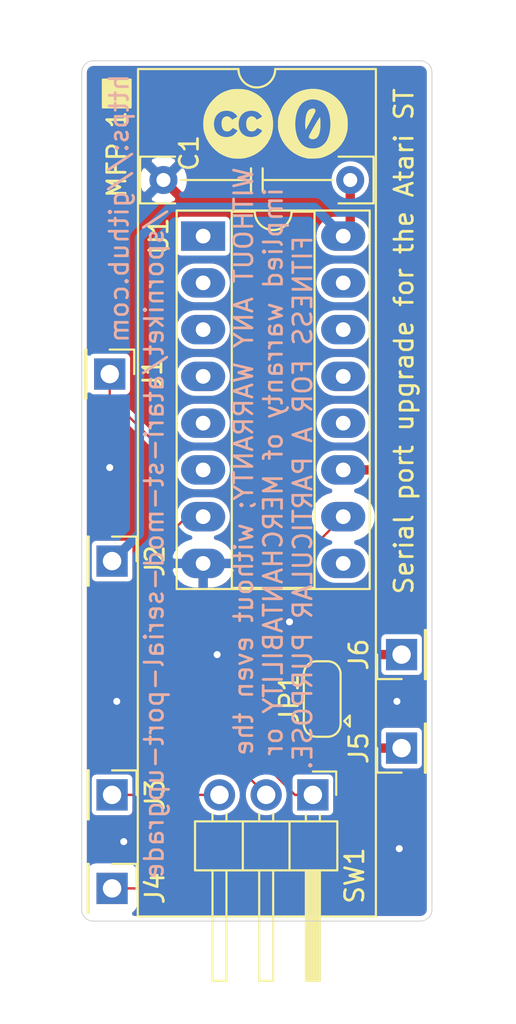
<source format=kicad_pcb>
(kicad_pcb (version 20171130) (host pcbnew 5.1.12-84ad8e8a86~92~ubuntu18.04.1)

  (general
    (thickness 1.6)
    (drawings 20)
    (tracks 48)
    (zones 0)
    (modules 12)
    (nets 20)
  )

  (page A4 portrait)
  (layers
    (0 F.Cu signal)
    (31 B.Cu signal)
    (32 B.Adhes user)
    (33 F.Adhes user)
    (34 B.Paste user)
    (35 F.Paste user)
    (36 B.SilkS user)
    (37 F.SilkS user)
    (38 B.Mask user)
    (39 F.Mask user)
    (40 Dwgs.User user)
    (41 Cmts.User user)
    (42 Eco1.User user)
    (43 Eco2.User user)
    (44 Edge.Cuts user)
    (45 Margin user)
    (46 B.CrtYd user)
    (47 F.CrtYd user)
    (48 B.Fab user)
    (49 F.Fab user)
  )

  (setup
    (last_trace_width 0.127)
    (user_trace_width 0.127)
    (trace_clearance 0.127)
    (zone_clearance 0.508)
    (zone_45_only no)
    (trace_min 0.127)
    (via_size 0.762)
    (via_drill 0.381)
    (via_min_size 0.381)
    (via_min_drill 0.254)
    (uvia_size 0.3048)
    (uvia_drill 0.1016)
    (uvias_allowed no)
    (uvia_min_size 0.2032)
    (uvia_min_drill 0.1016)
    (edge_width 0.05)
    (segment_width 0.2)
    (pcb_text_width 0.3)
    (pcb_text_size 1.5 1.5)
    (mod_edge_width 0.12)
    (mod_text_size 1 1)
    (mod_text_width 0.15)
    (pad_size 1.524 1.524)
    (pad_drill 0.762)
    (pad_to_mask_clearance 0)
    (aux_axis_origin 0 0)
    (visible_elements FFFFFF7F)
    (pcbplotparams
      (layerselection 0x010fc_ffffffff)
      (usegerberextensions false)
      (usegerberattributes true)
      (usegerberadvancedattributes true)
      (creategerberjobfile true)
      (excludeedgelayer true)
      (linewidth 0.100000)
      (plotframeref false)
      (viasonmask false)
      (mode 1)
      (useauxorigin false)
      (hpglpennumber 1)
      (hpglpenspeed 20)
      (hpglpendiameter 15.000000)
      (psnegative false)
      (psa4output false)
      (plotreference true)
      (plotvalue true)
      (plotinvisibletext false)
      (padsonsilk false)
      (subtractmaskfromsilk false)
      (outputformat 1)
      (mirror false)
      (drillshape 1)
      (scaleselection 1)
      (outputdirectory ""))
  )

  (net 0 "")
  (net 1 /mod_gnd)
  (net 2 "Net-(C1-Pad1)")
  (net 3 "Net-(J1-Pad1)")
  (net 4 "Net-(J3-Pad1)")
  (net 5 "Net-(J4-Pad1)")
  (net 6 "Net-(J5-Pad1)")
  (net 7 "Net-(J6-Pad1)")
  (net 8 "Net-(U1-Pad15)")
  (net 9 "Net-(U1-Pad14)")
  (net 10 "Net-(U1-Pad6)")
  (net 11 "Net-(U1-Pad13)")
  (net 12 "Net-(U1-Pad5)")
  (net 13 "Net-(U1-Pad12)")
  (net 14 "Net-(U1-Pad4)")
  (net 15 "Net-(U1-Pad3)")
  (net 16 "Net-(U1-Pad2)")
  (net 17 "Net-(U1-Pad9)")
  (net 18 "Net-(U1-Pad1)")
  (net 19 "Net-(SW1-Pad1)")

  (net_class Default "Ceci est la Netclass par défaut."
    (clearance 0.127)
    (trace_width 0.127)
    (via_dia 0.762)
    (via_drill 0.381)
    (uvia_dia 0.3048)
    (uvia_drill 0.1016)
    (diff_pair_width 0.2032)
    (diff_pair_gap 0.254)
    (add_net "Net-(J1-Pad1)")
    (add_net "Net-(J3-Pad1)")
    (add_net "Net-(SW1-Pad1)")
    (add_net "Net-(U1-Pad1)")
    (add_net "Net-(U1-Pad12)")
    (add_net "Net-(U1-Pad13)")
    (add_net "Net-(U1-Pad14)")
    (add_net "Net-(U1-Pad15)")
    (add_net "Net-(U1-Pad2)")
    (add_net "Net-(U1-Pad3)")
    (add_net "Net-(U1-Pad4)")
    (add_net "Net-(U1-Pad5)")
    (add_net "Net-(U1-Pad6)")
    (add_net "Net-(U1-Pad9)")
  )

  (net_class Clock ""
    (clearance 0.508)
    (trace_width 0.127)
    (via_dia 0.762)
    (via_drill 0.381)
    (uvia_dia 0.3048)
    (uvia_drill 0.1016)
    (diff_pair_width 0.2032)
    (diff_pair_gap 0.254)
    (add_net "Net-(J4-Pad1)")
  )

  (net_class POWER ""
    (clearance 0.127)
    (trace_width 0.508)
    (via_dia 0.762)
    (via_drill 0.381)
    (uvia_dia 0.3048)
    (uvia_drill 0.1016)
    (diff_pair_width 0.2032)
    (diff_pair_gap 0.254)
    (add_net /mod_gnd)
    (add_net "Net-(C1-Pad1)")
    (add_net "Net-(J5-Pad1)")
    (add_net "Net-(J6-Pad1)")
  )

  (module cliparts:logo--cc--zero (layer F.Cu) (tedit 0) (tstamp 63654360)
    (at 86.868 103.251)
    (fp_text reference G*** (at 0 0) (layer F.SilkS) hide
      (effects (font (size 1.524 1.524) (thickness 0.3)))
    )
    (fp_text value LOGO (at 0.75 0) (layer F.SilkS) hide
      (effects (font (size 1.524 1.524) (thickness 0.3)))
    )
    (fp_poly (pts (xy 0.057321 -0.830424) (xy 0.083463 -0.820686) (xy 0.117309 -0.780814) (xy 0.137478 -0.725549)
      (xy 0.137747 -0.680571) (xy 0.127503 -0.657424) (xy 0.102603 -0.607525) (xy 0.06567 -0.535781)
      (xy 0.019328 -0.447098) (xy -0.033802 -0.346382) (xy -0.091097 -0.238539) (xy -0.149934 -0.128475)
      (xy -0.20769 -0.021096) (xy -0.261742 0.07869) (xy -0.309468 0.165979) (xy -0.348245 0.235863)
      (xy -0.375451 0.283438) (xy -0.388462 0.303795) (xy -0.388486 0.30382) (xy -0.393459 0.290764)
      (xy -0.400181 0.249603) (xy -0.407406 0.188391) (xy -0.40931 0.169171) (xy -0.413139 0.092066)
      (xy -0.413075 -0.007241) (xy -0.409332 -0.114899) (xy -0.403675 -0.199571) (xy -0.382038 -0.376288)
      (xy -0.349163 -0.520517) (xy -0.304017 -0.634591) (xy -0.245569 -0.720841) (xy -0.172787 -0.781601)
      (xy -0.138177 -0.799862) (xy -0.070544 -0.82254) (xy -0.001027 -0.833136) (xy 0.057321 -0.830424)) (layer F.SilkS) (width 0.01))
    (fp_poly (pts (xy 0.383764 -0.357274) (xy 0.393353 -0.321778) (xy 0.40108 -0.257806) (xy 0.406723 -0.173131)
      (xy 0.41006 -0.075525) (xy 0.410869 0.027239) (xy 0.408929 0.127388) (xy 0.404016 0.217149)
      (xy 0.401074 0.249312) (xy 0.3739 0.425253) (xy 0.333003 0.568124) (xy 0.278198 0.678521)
      (xy 0.261348 0.702372) (xy 0.190452 0.769059) (xy 0.101924 0.813267) (xy 0.00607 0.831874)
      (xy -0.086801 0.82176) (xy -0.108484 0.814324) (xy -0.177149 0.773742) (xy -0.212652 0.720491)
      (xy -0.217714 0.686685) (xy -0.209228 0.658752) (xy -0.185436 0.606283) (xy -0.14884 0.53362)
      (xy -0.101939 0.445101) (xy -0.047235 0.345066) (xy 0.012774 0.237856) (xy 0.075585 0.12781)
      (xy 0.138699 0.019269) (xy 0.199616 -0.083428) (xy 0.255834 -0.175941) (xy 0.304853 -0.253931)
      (xy 0.344174 -0.313056) (xy 0.371295 -0.348978) (xy 0.383716 -0.357356) (xy 0.383764 -0.357274)) (layer F.SilkS) (width 0.01))
    (fp_poly (pts (xy 0.165523 -1.89717) (xy 0.419686 -1.859637) (xy 0.664181 -1.787833) (xy 0.896761 -1.682579)
      (xy 1.115182 -1.544698) (xy 1.304474 -1.38712) (xy 1.481837 -1.195152) (xy 1.631406 -0.981221)
      (xy 1.750897 -0.749165) (xy 1.838026 -0.502822) (xy 1.844128 -0.480359) (xy 1.863624 -0.401998)
      (xy 1.877214 -0.332288) (xy 1.885988 -0.26112) (xy 1.891036 -0.178383) (xy 1.893449 -0.073966)
      (xy 1.893958 -0.018143) (xy 1.893143 0.121119) (xy 1.888203 0.233522) (xy 1.878477 0.32833)
      (xy 1.8633 0.414805) (xy 1.862771 0.417286) (xy 1.792249 0.662677) (xy 1.689954 0.891356)
      (xy 1.557011 1.101922) (xy 1.394546 1.292972) (xy 1.203684 1.463102) (xy 0.985551 1.61091)
      (xy 0.843643 1.687511) (xy 0.704335 1.75318) (xy 0.582976 1.801925) (xy 0.469017 1.836271)
      (xy 0.351906 1.858744) (xy 0.221093 1.871867) (xy 0.066027 1.878168) (xy 0.045357 1.878584)
      (xy -0.057047 1.87988) (xy -0.149573 1.879943) (xy -0.22482 1.878851) (xy -0.275389 1.876683)
      (xy -0.290286 1.875007) (xy -0.554392 1.807678) (xy -0.795148 1.713832) (xy -1.015524 1.591928)
      (xy -1.218493 1.440426) (xy -1.333868 1.333968) (xy -1.511617 1.132692) (xy -1.657864 0.913606)
      (xy -1.77222 0.677378) (xy -1.84672 0.45378) (xy -1.865359 0.379667) (xy -1.878292 0.31352)
      (xy -1.886515 0.245572) (xy -1.891027 0.166054) (xy -1.892822 0.065197) (xy -1.892977 0.011949)
      (xy -0.962263 0.011949) (xy -0.952186 0.225626) (xy -0.922519 0.434426) (xy -0.872812 0.63303)
      (xy -0.802618 0.816122) (xy -0.796966 0.828134) (xy -0.702488 0.988993) (xy -0.587229 1.120459)
      (xy -0.45277 1.221717) (xy -0.300691 1.29195) (xy -0.132571 1.330343) (xy 0.050008 1.33608)
      (xy 0.163286 1.323908) (xy 0.326889 1.280535) (xy 0.476659 1.204962) (xy 0.609024 1.099792)
      (xy 0.720412 0.967631) (xy 0.774855 0.878033) (xy 0.844141 0.718825) (xy 0.897988 0.533618)
      (xy 0.935244 0.329766) (xy 0.954756 0.114625) (xy 0.955373 -0.104449) (xy 0.947333 -0.222973)
      (xy 0.912947 -0.464304) (xy 0.858093 -0.676541) (xy 0.782907 -0.859426) (xy 0.687524 -1.0127)
      (xy 0.57208 -1.136105) (xy 0.436711 -1.229384) (xy 0.411082 -1.242542) (xy 0.249752 -1.303406)
      (xy 0.082219 -1.333412) (xy -0.086049 -1.333434) (xy -0.249586 -1.304349) (xy -0.402924 -1.247033)
      (xy -0.540596 -1.16236) (xy -0.636437 -1.074798) (xy -0.734485 -0.943512) (xy -0.815634 -0.785201)
      (xy -0.879434 -0.605182) (xy -0.925439 -0.408773) (xy -0.953198 -0.20129) (xy -0.962263 0.011949)
      (xy -1.892977 0.011949) (xy -1.893012 0) (xy -1.892259 -0.115871) (xy -1.889329 -0.205279)
      (xy -1.883215 -0.278029) (xy -1.87291 -0.343923) (xy -1.857409 -0.412765) (xy -1.846226 -0.455728)
      (xy -1.765836 -0.697077) (xy -1.658279 -0.918824) (xy -1.520588 -1.126164) (xy -1.350311 -1.323756)
      (xy -1.159879 -1.500692) (xy -0.961487 -1.643312) (xy -0.751606 -1.753235) (xy -0.526709 -1.832081)
      (xy -0.283267 -1.88147) (xy -0.096062 -1.899611) (xy 0.165523 -1.89717)) (layer F.SilkS) (width 0.01))
  )

  (module cliparts:logo--cc--cc (layer F.Cu) (tedit 0) (tstamp 63654341)
    (at 82.804 103.251)
    (fp_text reference G*** (at 0 0) (layer F.SilkS) hide
      (effects (font (size 1.524 1.524) (thickness 0.3)))
    )
    (fp_text value LOGO (at 0.75 0) (layer F.SilkS) hide
      (effects (font (size 1.524 1.524) (thickness 0.3)))
    )
    (fp_poly (pts (xy 0.181573 -1.88911) (xy 0.356543 -1.871074) (xy 0.516513 -1.837606) (xy 0.67123 -1.78662)
      (xy 0.830442 -1.716032) (xy 0.843643 -1.709487) (xy 1.070063 -1.576968) (xy 1.272256 -1.418939)
      (xy 1.448851 -1.23807) (xy 1.59848 -1.037032) (xy 1.719773 -0.818495) (xy 1.81136 -0.585129)
      (xy 1.871872 -0.339604) (xy 1.899941 -0.084591) (xy 1.894196 0.177239) (xy 1.878437 0.308429)
      (xy 1.853943 0.448409) (xy 1.825086 0.566605) (xy 1.787398 0.677514) (xy 1.736411 0.795637)
      (xy 1.71349 0.843643) (xy 1.594377 1.04822) (xy 1.445139 1.238044) (xy 1.270073 1.409836)
      (xy 1.073479 1.560318) (xy 0.859654 1.686213) (xy 0.632895 1.784243) (xy 0.397503 1.85113)
      (xy 0.390465 1.852598) (xy 0.274583 1.870164) (xy 0.137355 1.881003) (xy -0.009239 1.885001)
      (xy -0.153222 1.882044) (xy -0.282615 1.872018) (xy -0.362857 1.859794) (xy -0.608774 1.792389)
      (xy -0.84152 1.692819) (xy -1.058442 1.563648) (xy -1.256888 1.407438) (xy -1.434207 1.226752)
      (xy -1.587745 1.024153) (xy -1.714851 0.802205) (xy -1.812872 0.563469) (xy -1.855612 0.417286)
      (xy -1.881501 0.273424) (xy -1.894726 0.10788) (xy -1.895294 -0.034735) (xy -1.3212 -0.034735)
      (xy -1.318302 0.081038) (xy -1.290796 0.243029) (xy -1.237057 0.381658) (xy -1.155967 0.499747)
      (xy -1.150236 0.506209) (xy -1.04068 0.601841) (xy -0.911682 0.669965) (xy -0.768744 0.709424)
      (xy -0.617371 0.719062) (xy -0.463063 0.697722) (xy -0.371906 0.669772) (xy -0.295824 0.634434)
      (xy -0.224288 0.584414) (xy -0.149678 0.515804) (xy -0.098676 0.46176) (xy -0.05957 0.414453)
      (xy -0.038389 0.381431) (xy -0.036285 0.373837) (xy -0.052325 0.350606) (xy -0.096884 0.318213)
      (xy -0.164235 0.280736) (xy -0.292185 0.216302) (xy -0.368342 0.299837) (xy -0.428999 0.357355)
      (xy -0.486889 0.390111) (xy -0.522838 0.400697) (xy -0.618426 0.407074) (xy -0.70938 0.386575)
      (xy -0.783917 0.342107) (xy -0.792298 0.334209) (xy -0.846678 0.256777) (xy -0.883244 0.157152)
      (xy -0.901671 0.044798) (xy -0.901658 -0.000564) (xy 0.021925 -0.000564) (xy 0.032819 0.147536)
      (xy 0.067865 0.289005) (xy 0.127017 0.417388) (xy 0.210228 0.526226) (xy 0.228506 0.543934)
      (xy 0.349757 0.631795) (xy 0.487782 0.69001) (xy 0.637194 0.717665) (xy 0.792606 0.713848)
      (xy 0.948631 0.677644) (xy 0.970666 0.669772) (xy 1.046747 0.634434) (xy 1.118283 0.584414)
      (xy 1.192893 0.515804) (xy 1.243904 0.46171) (xy 1.283013 0.414289) (xy 1.304188 0.381114)
      (xy 1.306286 0.37346) (xy 1.29179 0.351835) (xy 1.254093 0.323517) (xy 1.201883 0.292771)
      (xy 1.143849 0.263861) (xy 1.088679 0.241053) (xy 1.04506 0.22861) (xy 1.021681 0.230797)
      (xy 1.02029 0.23308) (xy 1.003623 0.261215) (xy 0.972063 0.302343) (xy 0.959106 0.317537)
      (xy 0.886365 0.374553) (xy 0.797859 0.403743) (xy 0.702027 0.404313) (xy 0.607307 0.375471)
      (xy 0.569508 0.354149) (xy 0.517338 0.300429) (xy 0.476897 0.220085) (xy 0.449855 0.121353)
      (xy 0.43788 0.012473) (xy 0.442643 -0.098318) (xy 0.460246 -0.18494) (xy 0.503984 -0.281315)
      (xy 0.567876 -0.351762) (xy 0.645923 -0.394996) (xy 0.732128 -0.409727) (xy 0.820491 -0.394669)
      (xy 0.905013 -0.348535) (xy 0.962346 -0.292681) (xy 1.016645 -0.226807) (xy 1.156522 -0.30268)
      (xy 1.219954 -0.338556) (xy 1.269762 -0.369494) (xy 1.298243 -0.390592) (xy 1.301968 -0.395261)
      (xy 1.293807 -0.420456) (xy 1.263689 -0.46093) (xy 1.218455 -0.509885) (xy 1.164944 -0.560519)
      (xy 1.109995 -0.606035) (xy 1.060447 -0.639631) (xy 1.0511 -0.644672) (xy 0.911788 -0.696839)
      (xy 0.763841 -0.719532) (xy 0.614253 -0.713716) (xy 0.470018 -0.680356) (xy 0.338131 -0.620416)
      (xy 0.225585 -0.534862) (xy 0.220802 -0.530141) (xy 0.134623 -0.420083) (xy 0.072781 -0.29083)
      (xy 0.035231 -0.148838) (xy 0.021925 -0.000564) (xy -0.901658 -0.000564) (xy -0.901636 -0.070823)
      (xy -0.882815 -0.180246) (xy -0.844886 -0.274009) (xy -0.814547 -0.31687) (xy -0.740947 -0.375776)
      (xy -0.655247 -0.404356) (xy -0.56465 -0.403011) (xy -0.476356 -0.372142) (xy -0.397567 -0.31215)
      (xy -0.380225 -0.292681) (xy -0.325926 -0.226807) (xy -0.186049 -0.30268) (xy -0.12248 -0.338813)
      (xy -0.072453 -0.370357) (xy -0.043729 -0.392287) (xy -0.039923 -0.397301) (xy -0.048117 -0.422599)
      (xy -0.078488 -0.462977) (xy -0.124195 -0.511726) (xy -0.178395 -0.562141) (xy -0.234249 -0.607514)
      (xy -0.284915 -0.641138) (xy -0.293064 -0.645479) (xy -0.421737 -0.692962) (xy -0.565556 -0.716327)
      (xy -0.713429 -0.715426) (xy -0.854269 -0.690113) (xy -0.950387 -0.654165) (xy -1.074292 -0.574791)
      (xy -1.175104 -0.469605) (xy -1.251046 -0.342163) (xy -1.300338 -0.196021) (xy -1.3212 -0.034735)
      (xy -1.895294 -0.034735) (xy -1.895423 -0.067078) (xy -1.88373 -0.239179) (xy -1.859785 -0.396155)
      (xy -1.845815 -0.455728) (xy -1.767541 -0.692448) (xy -1.662289 -0.910967) (xy -1.527044 -1.11655)
      (xy -1.358789 -1.31446) (xy -1.346304 -1.327531) (xy -1.160235 -1.500286) (xy -0.964759 -1.639929)
      (xy -0.75504 -1.749348) (xy -0.526241 -1.831427) (xy -0.480631 -1.844059) (xy -0.402317 -1.863556)
      (xy -0.332789 -1.877142) (xy -0.261944 -1.885903) (xy -0.17968 -1.890926) (xy -0.075895 -1.893297)
      (xy -0.018143 -1.893796) (xy 0.181573 -1.88911)) (layer F.SilkS) (width 0.01))
  )

  (module Package_DIP:DIP-16_W7.62mm_Socket_LongPads (layer F.Cu) (tedit 5A02E8C5) (tstamp 63652836)
    (at 80.899 109.347)
    (descr "16-lead though-hole mounted DIP package, row spacing 7.62 mm (300 mils), Socket, LongPads")
    (tags "THT DIP DIL PDIP 2.54mm 7.62mm 300mil Socket LongPads")
    (path /6364C674)
    (fp_text reference U1 (at -2.413 0 90) (layer F.SilkS)
      (effects (font (size 1 1) (thickness 0.15)))
    )
    (fp_text value 4040 (at 3.81 20.11) (layer F.Fab)
      (effects (font (size 1 1) (thickness 0.15)))
    )
    (fp_line (start 9.15 -1.6) (end -1.55 -1.6) (layer F.CrtYd) (width 0.05))
    (fp_line (start 9.15 19.4) (end 9.15 -1.6) (layer F.CrtYd) (width 0.05))
    (fp_line (start -1.55 19.4) (end 9.15 19.4) (layer F.CrtYd) (width 0.05))
    (fp_line (start -1.55 -1.6) (end -1.55 19.4) (layer F.CrtYd) (width 0.05))
    (fp_line (start 9.06 -1.39) (end -1.44 -1.39) (layer F.SilkS) (width 0.12))
    (fp_line (start 9.06 19.17) (end 9.06 -1.39) (layer F.SilkS) (width 0.12))
    (fp_line (start -1.44 19.17) (end 9.06 19.17) (layer F.SilkS) (width 0.12))
    (fp_line (start -1.44 -1.39) (end -1.44 19.17) (layer F.SilkS) (width 0.12))
    (fp_line (start 6.06 -1.33) (end 4.81 -1.33) (layer F.SilkS) (width 0.12))
    (fp_line (start 6.06 19.11) (end 6.06 -1.33) (layer F.SilkS) (width 0.12))
    (fp_line (start 1.56 19.11) (end 6.06 19.11) (layer F.SilkS) (width 0.12))
    (fp_line (start 1.56 -1.33) (end 1.56 19.11) (layer F.SilkS) (width 0.12))
    (fp_line (start 2.81 -1.33) (end 1.56 -1.33) (layer F.SilkS) (width 0.12))
    (fp_line (start 8.89 -1.33) (end -1.27 -1.33) (layer F.Fab) (width 0.1))
    (fp_line (start 8.89 19.11) (end 8.89 -1.33) (layer F.Fab) (width 0.1))
    (fp_line (start -1.27 19.11) (end 8.89 19.11) (layer F.Fab) (width 0.1))
    (fp_line (start -1.27 -1.33) (end -1.27 19.11) (layer F.Fab) (width 0.1))
    (fp_line (start 0.635 -0.27) (end 1.635 -1.27) (layer F.Fab) (width 0.1))
    (fp_line (start 0.635 19.05) (end 0.635 -0.27) (layer F.Fab) (width 0.1))
    (fp_line (start 6.985 19.05) (end 0.635 19.05) (layer F.Fab) (width 0.1))
    (fp_line (start 6.985 -1.27) (end 6.985 19.05) (layer F.Fab) (width 0.1))
    (fp_line (start 1.635 -1.27) (end 6.985 -1.27) (layer F.Fab) (width 0.1))
    (fp_text user %R (at 3.81 8.89) (layer F.Fab)
      (effects (font (size 1 1) (thickness 0.15)))
    )
    (fp_arc (start 3.81 -1.33) (end 2.81 -1.33) (angle -180) (layer F.SilkS) (width 0.12))
    (pad 16 thru_hole oval (at 7.62 0) (size 2.4 1.6) (drill 0.8) (layers *.Cu *.Mask)
      (net 2 "Net-(C1-Pad1)"))
    (pad 8 thru_hole oval (at 0 17.78) (size 2.4 1.6) (drill 0.8) (layers *.Cu *.Mask)
      (net 1 /mod_gnd))
    (pad 15 thru_hole oval (at 7.62 2.54) (size 2.4 1.6) (drill 0.8) (layers *.Cu *.Mask)
      (net 8 "Net-(U1-Pad15)"))
    (pad 7 thru_hole oval (at 0 15.24) (size 2.4 1.6) (drill 0.8) (layers *.Cu *.Mask)
      (net 19 "Net-(SW1-Pad1)"))
    (pad 14 thru_hole oval (at 7.62 5.08) (size 2.4 1.6) (drill 0.8) (layers *.Cu *.Mask)
      (net 9 "Net-(U1-Pad14)"))
    (pad 6 thru_hole oval (at 0 12.7) (size 2.4 1.6) (drill 0.8) (layers *.Cu *.Mask)
      (net 10 "Net-(U1-Pad6)"))
    (pad 13 thru_hole oval (at 7.62 7.62) (size 2.4 1.6) (drill 0.8) (layers *.Cu *.Mask)
      (net 11 "Net-(U1-Pad13)"))
    (pad 5 thru_hole oval (at 0 10.16) (size 2.4 1.6) (drill 0.8) (layers *.Cu *.Mask)
      (net 12 "Net-(U1-Pad5)"))
    (pad 12 thru_hole oval (at 7.62 10.16) (size 2.4 1.6) (drill 0.8) (layers *.Cu *.Mask)
      (net 13 "Net-(U1-Pad12)"))
    (pad 4 thru_hole oval (at 0 7.62) (size 2.4 1.6) (drill 0.8) (layers *.Cu *.Mask)
      (net 14 "Net-(U1-Pad4)"))
    (pad 11 thru_hole oval (at 7.62 12.7) (size 2.4 1.6) (drill 0.8) (layers *.Cu *.Mask)
      (net 6 "Net-(J5-Pad1)"))
    (pad 3 thru_hole oval (at 0 5.08) (size 2.4 1.6) (drill 0.8) (layers *.Cu *.Mask)
      (net 15 "Net-(U1-Pad3)"))
    (pad 10 thru_hole oval (at 7.62 15.24) (size 2.4 1.6) (drill 0.8) (layers *.Cu *.Mask)
      (net 5 "Net-(J4-Pad1)"))
    (pad 2 thru_hole oval (at 0 2.54) (size 2.4 1.6) (drill 0.8) (layers *.Cu *.Mask)
      (net 16 "Net-(U1-Pad2)"))
    (pad 9 thru_hole oval (at 7.62 17.78) (size 2.4 1.6) (drill 0.8) (layers *.Cu *.Mask)
      (net 17 "Net-(U1-Pad9)"))
    (pad 1 thru_hole rect (at 0 0) (size 2.4 1.6) (drill 0.8) (layers *.Cu *.Mask)
      (net 18 "Net-(U1-Pad1)"))
    (model ${KISYS3DMOD}/Package_DIP.3dshapes/DIP-16_W7.62mm_Socket.wrl
      (at (xyz 0 0 0))
      (scale (xyz 1 1 1))
      (rotate (xyz 0 0 0))
    )
  )

  (module Connector_PinHeader_2.54mm:PinHeader_1x03_P2.54mm_Horizontal (layer F.Cu) (tedit 59FED5CB) (tstamp 6365280A)
    (at 86.868 139.7 270)
    (descr "Through hole angled pin header, 1x03, 2.54mm pitch, 6mm pin length, single row")
    (tags "Through hole angled pin header THT 1x03 2.54mm single row")
    (path /63652A70)
    (fp_text reference SW1 (at 4.385 -2.27 90) (layer F.SilkS)
      (effects (font (size 1 1) (thickness 0.15)))
    )
    (fp_text value "MOD ENABLE" (at 4.385 7.35 90) (layer F.Fab)
      (effects (font (size 1 1) (thickness 0.15)))
    )
    (fp_line (start 10.55 -1.8) (end -1.8 -1.8) (layer F.CrtYd) (width 0.05))
    (fp_line (start 10.55 6.85) (end 10.55 -1.8) (layer F.CrtYd) (width 0.05))
    (fp_line (start -1.8 6.85) (end 10.55 6.85) (layer F.CrtYd) (width 0.05))
    (fp_line (start -1.8 -1.8) (end -1.8 6.85) (layer F.CrtYd) (width 0.05))
    (fp_line (start -1.27 -1.27) (end 0 -1.27) (layer F.SilkS) (width 0.12))
    (fp_line (start -1.27 0) (end -1.27 -1.27) (layer F.SilkS) (width 0.12))
    (fp_line (start 1.042929 5.46) (end 1.44 5.46) (layer F.SilkS) (width 0.12))
    (fp_line (start 1.042929 4.7) (end 1.44 4.7) (layer F.SilkS) (width 0.12))
    (fp_line (start 10.1 5.46) (end 4.1 5.46) (layer F.SilkS) (width 0.12))
    (fp_line (start 10.1 4.7) (end 10.1 5.46) (layer F.SilkS) (width 0.12))
    (fp_line (start 4.1 4.7) (end 10.1 4.7) (layer F.SilkS) (width 0.12))
    (fp_line (start 1.44 3.81) (end 4.1 3.81) (layer F.SilkS) (width 0.12))
    (fp_line (start 1.042929 2.92) (end 1.44 2.92) (layer F.SilkS) (width 0.12))
    (fp_line (start 1.042929 2.16) (end 1.44 2.16) (layer F.SilkS) (width 0.12))
    (fp_line (start 10.1 2.92) (end 4.1 2.92) (layer F.SilkS) (width 0.12))
    (fp_line (start 10.1 2.16) (end 10.1 2.92) (layer F.SilkS) (width 0.12))
    (fp_line (start 4.1 2.16) (end 10.1 2.16) (layer F.SilkS) (width 0.12))
    (fp_line (start 1.44 1.27) (end 4.1 1.27) (layer F.SilkS) (width 0.12))
    (fp_line (start 1.11 0.38) (end 1.44 0.38) (layer F.SilkS) (width 0.12))
    (fp_line (start 1.11 -0.38) (end 1.44 -0.38) (layer F.SilkS) (width 0.12))
    (fp_line (start 4.1 0.28) (end 10.1 0.28) (layer F.SilkS) (width 0.12))
    (fp_line (start 4.1 0.16) (end 10.1 0.16) (layer F.SilkS) (width 0.12))
    (fp_line (start 4.1 0.04) (end 10.1 0.04) (layer F.SilkS) (width 0.12))
    (fp_line (start 4.1 -0.08) (end 10.1 -0.08) (layer F.SilkS) (width 0.12))
    (fp_line (start 4.1 -0.2) (end 10.1 -0.2) (layer F.SilkS) (width 0.12))
    (fp_line (start 4.1 -0.32) (end 10.1 -0.32) (layer F.SilkS) (width 0.12))
    (fp_line (start 10.1 0.38) (end 4.1 0.38) (layer F.SilkS) (width 0.12))
    (fp_line (start 10.1 -0.38) (end 10.1 0.38) (layer F.SilkS) (width 0.12))
    (fp_line (start 4.1 -0.38) (end 10.1 -0.38) (layer F.SilkS) (width 0.12))
    (fp_line (start 4.1 -1.33) (end 1.44 -1.33) (layer F.SilkS) (width 0.12))
    (fp_line (start 4.1 6.41) (end 4.1 -1.33) (layer F.SilkS) (width 0.12))
    (fp_line (start 1.44 6.41) (end 4.1 6.41) (layer F.SilkS) (width 0.12))
    (fp_line (start 1.44 -1.33) (end 1.44 6.41) (layer F.SilkS) (width 0.12))
    (fp_line (start 4.04 5.4) (end 10.04 5.4) (layer F.Fab) (width 0.1))
    (fp_line (start 10.04 4.76) (end 10.04 5.4) (layer F.Fab) (width 0.1))
    (fp_line (start 4.04 4.76) (end 10.04 4.76) (layer F.Fab) (width 0.1))
    (fp_line (start -0.32 5.4) (end 1.5 5.4) (layer F.Fab) (width 0.1))
    (fp_line (start -0.32 4.76) (end -0.32 5.4) (layer F.Fab) (width 0.1))
    (fp_line (start -0.32 4.76) (end 1.5 4.76) (layer F.Fab) (width 0.1))
    (fp_line (start 4.04 2.86) (end 10.04 2.86) (layer F.Fab) (width 0.1))
    (fp_line (start 10.04 2.22) (end 10.04 2.86) (layer F.Fab) (width 0.1))
    (fp_line (start 4.04 2.22) (end 10.04 2.22) (layer F.Fab) (width 0.1))
    (fp_line (start -0.32 2.86) (end 1.5 2.86) (layer F.Fab) (width 0.1))
    (fp_line (start -0.32 2.22) (end -0.32 2.86) (layer F.Fab) (width 0.1))
    (fp_line (start -0.32 2.22) (end 1.5 2.22) (layer F.Fab) (width 0.1))
    (fp_line (start 4.04 0.32) (end 10.04 0.32) (layer F.Fab) (width 0.1))
    (fp_line (start 10.04 -0.32) (end 10.04 0.32) (layer F.Fab) (width 0.1))
    (fp_line (start 4.04 -0.32) (end 10.04 -0.32) (layer F.Fab) (width 0.1))
    (fp_line (start -0.32 0.32) (end 1.5 0.32) (layer F.Fab) (width 0.1))
    (fp_line (start -0.32 -0.32) (end -0.32 0.32) (layer F.Fab) (width 0.1))
    (fp_line (start -0.32 -0.32) (end 1.5 -0.32) (layer F.Fab) (width 0.1))
    (fp_line (start 1.5 -0.635) (end 2.135 -1.27) (layer F.Fab) (width 0.1))
    (fp_line (start 1.5 6.35) (end 1.5 -0.635) (layer F.Fab) (width 0.1))
    (fp_line (start 4.04 6.35) (end 1.5 6.35) (layer F.Fab) (width 0.1))
    (fp_line (start 4.04 -1.27) (end 4.04 6.35) (layer F.Fab) (width 0.1))
    (fp_line (start 2.135 -1.27) (end 4.04 -1.27) (layer F.Fab) (width 0.1))
    (fp_text user %R (at 2.77 2.54) (layer F.Fab)
      (effects (font (size 1 1) (thickness 0.15)))
    )
    (pad 3 thru_hole oval (at 0 5.08 270) (size 1.7 1.7) (drill 1) (layers *.Cu *.Mask)
      (net 4 "Net-(J3-Pad1)"))
    (pad 2 thru_hole oval (at 0 2.54 270) (size 1.7 1.7) (drill 1) (layers *.Cu *.Mask)
      (net 3 "Net-(J1-Pad1)"))
    (pad 1 thru_hole rect (at 0 0 270) (size 1.7 1.7) (drill 1) (layers *.Cu *.Mask)
      (net 19 "Net-(SW1-Pad1)"))
    (model ${KISYS3DMOD}/Connector_PinHeader_2.54mm.3dshapes/PinHeader_1x03_P2.54mm_Horizontal.wrl
      (at (xyz 0 0 0))
      (scale (xyz 1 1 1))
      (rotate (xyz 0 0 0))
    )
  )

  (module Jumper:SolderJumper-3_P1.3mm_Bridged12_RoundedPad1.0x1.5mm (layer F.Cu) (tedit 5C745321) (tstamp 636527CA)
    (at 87.376 134.493 90)
    (descr "SMD Solder 3-pad Jumper, 1x1.5mm rounded Pads, 0.3mm gap, pads 1-2 bridged with 1 copper strip")
    (tags "solder jumper open")
    (path /63657789)
    (attr virtual)
    (fp_text reference JP1 (at 0 -1.8 90) (layer F.SilkS)
      (effects (font (size 1 1) (thickness 0.15)))
    )
    (fp_text value "GND source" (at 0 1.9 90) (layer F.Fab)
      (effects (font (size 1 1) (thickness 0.15)))
    )
    (fp_poly (pts (xy -0.9 -0.3) (xy -0.4 -0.3) (xy -0.4 0.3) (xy -0.9 0.3)) (layer F.Cu) (width 0))
    (fp_line (start 2.3 1.25) (end -2.3 1.25) (layer F.CrtYd) (width 0.05))
    (fp_line (start 2.3 1.25) (end 2.3 -1.25) (layer F.CrtYd) (width 0.05))
    (fp_line (start -2.3 -1.25) (end -2.3 1.25) (layer F.CrtYd) (width 0.05))
    (fp_line (start -2.3 -1.25) (end 2.3 -1.25) (layer F.CrtYd) (width 0.05))
    (fp_line (start -1.4 -1) (end 1.4 -1) (layer F.SilkS) (width 0.12))
    (fp_line (start 2.05 -0.3) (end 2.05 0.3) (layer F.SilkS) (width 0.12))
    (fp_line (start 1.4 1) (end -1.4 1) (layer F.SilkS) (width 0.12))
    (fp_line (start -2.05 0.3) (end -2.05 -0.3) (layer F.SilkS) (width 0.12))
    (fp_line (start -1.2 1.2) (end -1.5 1.5) (layer F.SilkS) (width 0.12))
    (fp_line (start -1.5 1.5) (end -0.9 1.5) (layer F.SilkS) (width 0.12))
    (fp_line (start -1.2 1.2) (end -0.9 1.5) (layer F.SilkS) (width 0.12))
    (fp_arc (start -1.35 -0.3) (end -1.35 -1) (angle -90) (layer F.SilkS) (width 0.12))
    (fp_arc (start -1.35 0.3) (end -2.05 0.3) (angle -90) (layer F.SilkS) (width 0.12))
    (fp_arc (start 1.35 0.3) (end 1.35 1) (angle -90) (layer F.SilkS) (width 0.12))
    (fp_arc (start 1.35 -0.3) (end 2.05 -0.3) (angle -90) (layer F.SilkS) (width 0.12))
    (pad 1 smd custom (at -1.3 0 90) (size 1 0.5) (layers F.Cu F.Mask)
      (net 6 "Net-(J5-Pad1)") (zone_connect 2)
      (options (clearance outline) (anchor rect))
      (primitives
        (gr_circle (center 0 0.25) (end 0.5 0.25) (width 0))
        (gr_circle (center 0 -0.25) (end 0.5 -0.25) (width 0))
        (gr_poly (pts
           (xy 0.55 -0.75) (xy 0 -0.75) (xy 0 0.75) (xy 0.55 0.75)) (width 0))
      ))
    (pad 2 smd rect (at 0 0 90) (size 1 1.5) (layers F.Cu F.Mask)
      (net 1 /mod_gnd))
    (pad 3 smd custom (at 1.3 0 90) (size 1 0.5) (layers F.Cu F.Mask)
      (net 7 "Net-(J6-Pad1)") (zone_connect 2)
      (options (clearance outline) (anchor rect))
      (primitives
        (gr_circle (center 0 0.25) (end 0.5 0.25) (width 0))
        (gr_circle (center 0 -0.25) (end 0.5 -0.25) (width 0))
        (gr_poly (pts
           (xy -0.55 -0.75) (xy 0 -0.75) (xy 0 0.75) (xy -0.55 0.75)) (width 0))
      ))
  )

  (module Connector_PinHeader_2.54mm:PinHeader_1x01_P2.54mm_Vertical (layer F.Cu) (tedit 59FED5CC) (tstamp 636527B3)
    (at 91.694 132.08 90)
    (descr "Through hole straight pin header, 1x01, 2.54mm pitch, single row")
    (tags "Through hole pin header THT 1x01 2.54mm single row")
    (path /6364ECA5)
    (fp_text reference J6 (at 0 -2.33 90) (layer F.SilkS)
      (effects (font (size 1 1) (thickness 0.15)))
    )
    (fp_text value "MFP 36 GND" (at 0 2.33 90) (layer F.Fab)
      (effects (font (size 1 1) (thickness 0.15)))
    )
    (fp_line (start 1.8 -1.8) (end -1.8 -1.8) (layer F.CrtYd) (width 0.05))
    (fp_line (start 1.8 1.8) (end 1.8 -1.8) (layer F.CrtYd) (width 0.05))
    (fp_line (start -1.8 1.8) (end 1.8 1.8) (layer F.CrtYd) (width 0.05))
    (fp_line (start -1.8 -1.8) (end -1.8 1.8) (layer F.CrtYd) (width 0.05))
    (fp_line (start -1.33 -1.33) (end 0 -1.33) (layer F.SilkS) (width 0.12))
    (fp_line (start -1.33 0) (end -1.33 -1.33) (layer F.SilkS) (width 0.12))
    (fp_line (start -1.33 1.27) (end 1.33 1.27) (layer F.SilkS) (width 0.12))
    (fp_line (start 1.33 1.27) (end 1.33 1.33) (layer F.SilkS) (width 0.12))
    (fp_line (start -1.33 1.27) (end -1.33 1.33) (layer F.SilkS) (width 0.12))
    (fp_line (start -1.33 1.33) (end 1.33 1.33) (layer F.SilkS) (width 0.12))
    (fp_line (start -1.27 -0.635) (end -0.635 -1.27) (layer F.Fab) (width 0.1))
    (fp_line (start -1.27 1.27) (end -1.27 -0.635) (layer F.Fab) (width 0.1))
    (fp_line (start 1.27 1.27) (end -1.27 1.27) (layer F.Fab) (width 0.1))
    (fp_line (start 1.27 -1.27) (end 1.27 1.27) (layer F.Fab) (width 0.1))
    (fp_line (start -0.635 -1.27) (end 1.27 -1.27) (layer F.Fab) (width 0.1))
    (fp_text user %R (at 0 0) (layer F.Fab)
      (effects (font (size 1 1) (thickness 0.15)))
    )
    (pad 1 thru_hole rect (at 0 0 90) (size 1.7 1.7) (drill 1) (layers *.Cu *.Mask)
      (net 7 "Net-(J6-Pad1)"))
    (model ${KISYS3DMOD}/Connector_PinHeader_2.54mm.3dshapes/PinHeader_1x01_P2.54mm_Vertical.wrl
      (offset (xyz 0 0 -1.778))
      (scale (xyz 1 1 1))
      (rotate (xyz 180 0 0))
    )
  )

  (module Connector_PinHeader_2.54mm:PinHeader_1x01_P2.54mm_Vertical (layer F.Cu) (tedit 59FED5CC) (tstamp 6365279E)
    (at 91.694 137.16 90)
    (descr "Through hole straight pin header, 1x01, 2.54mm pitch, single row")
    (tags "Through hole pin header THT 1x01 2.54mm single row")
    (path /6364E889)
    (fp_text reference J5 (at 0 -2.33 90) (layer F.SilkS)
      (effects (font (size 1 1) (thickness 0.15)))
    )
    (fp_text value "MFP 34 /IEI" (at 0 2.33 90) (layer F.Fab)
      (effects (font (size 1 1) (thickness 0.15)))
    )
    (fp_line (start 1.8 -1.8) (end -1.8 -1.8) (layer F.CrtYd) (width 0.05))
    (fp_line (start 1.8 1.8) (end 1.8 -1.8) (layer F.CrtYd) (width 0.05))
    (fp_line (start -1.8 1.8) (end 1.8 1.8) (layer F.CrtYd) (width 0.05))
    (fp_line (start -1.8 -1.8) (end -1.8 1.8) (layer F.CrtYd) (width 0.05))
    (fp_line (start -1.33 -1.33) (end 0 -1.33) (layer F.SilkS) (width 0.12))
    (fp_line (start -1.33 0) (end -1.33 -1.33) (layer F.SilkS) (width 0.12))
    (fp_line (start -1.33 1.27) (end 1.33 1.27) (layer F.SilkS) (width 0.12))
    (fp_line (start 1.33 1.27) (end 1.33 1.33) (layer F.SilkS) (width 0.12))
    (fp_line (start -1.33 1.27) (end -1.33 1.33) (layer F.SilkS) (width 0.12))
    (fp_line (start -1.33 1.33) (end 1.33 1.33) (layer F.SilkS) (width 0.12))
    (fp_line (start -1.27 -0.635) (end -0.635 -1.27) (layer F.Fab) (width 0.1))
    (fp_line (start -1.27 1.27) (end -1.27 -0.635) (layer F.Fab) (width 0.1))
    (fp_line (start 1.27 1.27) (end -1.27 1.27) (layer F.Fab) (width 0.1))
    (fp_line (start 1.27 -1.27) (end 1.27 1.27) (layer F.Fab) (width 0.1))
    (fp_line (start -0.635 -1.27) (end 1.27 -1.27) (layer F.Fab) (width 0.1))
    (fp_text user %R (at 0 0) (layer F.Fab)
      (effects (font (size 1 1) (thickness 0.15)))
    )
    (pad 1 thru_hole rect (at 0 0 90) (size 1.7 1.7) (drill 1) (layers *.Cu *.Mask)
      (net 6 "Net-(J5-Pad1)"))
    (model ${KISYS3DMOD}/Connector_PinHeader_2.54mm.3dshapes/PinHeader_1x01_P2.54mm_Vertical.wrl
      (offset (xyz 0 0 -1.778))
      (scale (xyz 1 1 1))
      (rotate (xyz 180 0 0))
    )
  )

  (module Connector_PinHeader_2.54mm:PinHeader_1x01_P2.54mm_Vertical (layer F.Cu) (tedit 59FED5CC) (tstamp 63652789)
    (at 75.946 144.78 270)
    (descr "Through hole straight pin header, 1x01, 2.54mm pitch, single row")
    (tags "Through hole pin header THT 1x01 2.54mm single row")
    (path /6364E4A3)
    (fp_text reference J4 (at 0 -2.33 90) (layer F.SilkS)
      (effects (font (size 1 1) (thickness 0.15)))
    )
    (fp_text value "MFP 18 XTAL2" (at 0 2.33 90) (layer F.Fab)
      (effects (font (size 1 1) (thickness 0.15)))
    )
    (fp_line (start 1.8 -1.8) (end -1.8 -1.8) (layer F.CrtYd) (width 0.05))
    (fp_line (start 1.8 1.8) (end 1.8 -1.8) (layer F.CrtYd) (width 0.05))
    (fp_line (start -1.8 1.8) (end 1.8 1.8) (layer F.CrtYd) (width 0.05))
    (fp_line (start -1.8 -1.8) (end -1.8 1.8) (layer F.CrtYd) (width 0.05))
    (fp_line (start -1.33 -1.33) (end 0 -1.33) (layer F.SilkS) (width 0.12))
    (fp_line (start -1.33 0) (end -1.33 -1.33) (layer F.SilkS) (width 0.12))
    (fp_line (start -1.33 1.27) (end 1.33 1.27) (layer F.SilkS) (width 0.12))
    (fp_line (start 1.33 1.27) (end 1.33 1.33) (layer F.SilkS) (width 0.12))
    (fp_line (start -1.33 1.27) (end -1.33 1.33) (layer F.SilkS) (width 0.12))
    (fp_line (start -1.33 1.33) (end 1.33 1.33) (layer F.SilkS) (width 0.12))
    (fp_line (start -1.27 -0.635) (end -0.635 -1.27) (layer F.Fab) (width 0.1))
    (fp_line (start -1.27 1.27) (end -1.27 -0.635) (layer F.Fab) (width 0.1))
    (fp_line (start 1.27 1.27) (end -1.27 1.27) (layer F.Fab) (width 0.1))
    (fp_line (start 1.27 -1.27) (end 1.27 1.27) (layer F.Fab) (width 0.1))
    (fp_line (start -0.635 -1.27) (end 1.27 -1.27) (layer F.Fab) (width 0.1))
    (fp_text user %R (at 0 0) (layer F.Fab)
      (effects (font (size 1 1) (thickness 0.15)))
    )
    (pad 1 thru_hole rect (at 0 0 270) (size 1.7 1.7) (drill 1) (layers *.Cu *.Mask)
      (net 5 "Net-(J4-Pad1)"))
    (model ${KISYS3DMOD}/Connector_PinHeader_2.54mm.3dshapes/PinHeader_1x01_P2.54mm_Vertical.wrl
      (offset (xyz 0 0 -1.778))
      (scale (xyz 1 1 1))
      (rotate (xyz 180 0 0))
    )
  )

  (module Connector_PinHeader_2.54mm:PinHeader_1x01_P2.54mm_Vertical (layer F.Cu) (tedit 59FED5CC) (tstamp 63652E36)
    (at 75.946 139.7 270)
    (descr "Through hole straight pin header, 1x01, 2.54mm pitch, single row")
    (tags "Through hole pin header THT 1x01 2.54mm single row")
    (path /63652297)
    (fp_text reference J3 (at 0 -2.33 90) (layer F.SilkS)
      (effects (font (size 1 1) (thickness 0.15)))
    )
    (fp_text value "MFP 16 TDO" (at 0 2.33 90) (layer F.Fab)
      (effects (font (size 1 1) (thickness 0.15)))
    )
    (fp_line (start 1.8 -1.8) (end -1.8 -1.8) (layer F.CrtYd) (width 0.05))
    (fp_line (start 1.8 1.8) (end 1.8 -1.8) (layer F.CrtYd) (width 0.05))
    (fp_line (start -1.8 1.8) (end 1.8 1.8) (layer F.CrtYd) (width 0.05))
    (fp_line (start -1.8 -1.8) (end -1.8 1.8) (layer F.CrtYd) (width 0.05))
    (fp_line (start -1.33 -1.33) (end 0 -1.33) (layer F.SilkS) (width 0.12))
    (fp_line (start -1.33 0) (end -1.33 -1.33) (layer F.SilkS) (width 0.12))
    (fp_line (start -1.33 1.27) (end 1.33 1.27) (layer F.SilkS) (width 0.12))
    (fp_line (start 1.33 1.27) (end 1.33 1.33) (layer F.SilkS) (width 0.12))
    (fp_line (start -1.33 1.27) (end -1.33 1.33) (layer F.SilkS) (width 0.12))
    (fp_line (start -1.33 1.33) (end 1.33 1.33) (layer F.SilkS) (width 0.12))
    (fp_line (start -1.27 -0.635) (end -0.635 -1.27) (layer F.Fab) (width 0.1))
    (fp_line (start -1.27 1.27) (end -1.27 -0.635) (layer F.Fab) (width 0.1))
    (fp_line (start 1.27 1.27) (end -1.27 1.27) (layer F.Fab) (width 0.1))
    (fp_line (start 1.27 -1.27) (end 1.27 1.27) (layer F.Fab) (width 0.1))
    (fp_line (start -0.635 -1.27) (end 1.27 -1.27) (layer F.Fab) (width 0.1))
    (fp_text user %R (at 0 0) (layer F.Fab)
      (effects (font (size 1 1) (thickness 0.15)))
    )
    (pad 1 thru_hole rect (at 0 0 270) (size 1.7 1.7) (drill 1) (layers *.Cu *.Mask)
      (net 4 "Net-(J3-Pad1)"))
    (model ${KISYS3DMOD}/Connector_PinHeader_2.54mm.3dshapes/PinHeader_1x01_P2.54mm_Vertical.wrl
      (offset (xyz 0 0 -1.778))
      (scale (xyz 1 1 1))
      (rotate (xyz 180 0 0))
    )
  )

  (module Connector_PinHeader_2.54mm:PinHeader_1x01_P2.54mm_Vertical (layer F.Cu) (tedit 59FED5CC) (tstamp 6365275F)
    (at 75.946 127 270)
    (descr "Through hole straight pin header, 1x01, 2.54mm pitch, single row")
    (tags "Through hole pin header THT 1x01 2.54mm single row")
    (path /6364E0DE)
    (fp_text reference J2 (at 0 -2.33 90) (layer F.SilkS)
      (effects (font (size 1 1) (thickness 0.15)))
    )
    (fp_text value "MFP 11 VCC" (at 0 2.33 90) (layer F.Fab)
      (effects (font (size 1 1) (thickness 0.15)))
    )
    (fp_line (start 1.8 -1.8) (end -1.8 -1.8) (layer F.CrtYd) (width 0.05))
    (fp_line (start 1.8 1.8) (end 1.8 -1.8) (layer F.CrtYd) (width 0.05))
    (fp_line (start -1.8 1.8) (end 1.8 1.8) (layer F.CrtYd) (width 0.05))
    (fp_line (start -1.8 -1.8) (end -1.8 1.8) (layer F.CrtYd) (width 0.05))
    (fp_line (start -1.33 -1.33) (end 0 -1.33) (layer F.SilkS) (width 0.12))
    (fp_line (start -1.33 0) (end -1.33 -1.33) (layer F.SilkS) (width 0.12))
    (fp_line (start -1.33 1.27) (end 1.33 1.27) (layer F.SilkS) (width 0.12))
    (fp_line (start 1.33 1.27) (end 1.33 1.33) (layer F.SilkS) (width 0.12))
    (fp_line (start -1.33 1.27) (end -1.33 1.33) (layer F.SilkS) (width 0.12))
    (fp_line (start -1.33 1.33) (end 1.33 1.33) (layer F.SilkS) (width 0.12))
    (fp_line (start -1.27 -0.635) (end -0.635 -1.27) (layer F.Fab) (width 0.1))
    (fp_line (start -1.27 1.27) (end -1.27 -0.635) (layer F.Fab) (width 0.1))
    (fp_line (start 1.27 1.27) (end -1.27 1.27) (layer F.Fab) (width 0.1))
    (fp_line (start 1.27 -1.27) (end 1.27 1.27) (layer F.Fab) (width 0.1))
    (fp_line (start -0.635 -1.27) (end 1.27 -1.27) (layer F.Fab) (width 0.1))
    (fp_text user %R (at 0 0) (layer F.Fab)
      (effects (font (size 1 1) (thickness 0.15)))
    )
    (pad 1 thru_hole rect (at 0 0 270) (size 1.7 1.7) (drill 1) (layers *.Cu *.Mask)
      (net 2 "Net-(C1-Pad1)"))
    (model ${KISYS3DMOD}/Connector_PinHeader_2.54mm.3dshapes/PinHeader_1x01_P2.54mm_Vertical.wrl
      (offset (xyz 0 0 -1.778))
      (scale (xyz 1 1 1))
      (rotate (xyz 180 0 0))
    )
  )

  (module Connector_PinHeader_2.54mm:PinHeader_1x01_P2.54mm_Vertical (layer F.Cu) (tedit 59FED5CC) (tstamp 6365317F)
    (at 75.819 116.84 270)
    (descr "Through hole straight pin header, 1x01, 2.54mm pitch, single row")
    (tags "Through hole pin header THT 1x01 2.54mm single row")
    (path /6364DDC9)
    (fp_text reference J1 (at 0 -2.33 90) (layer F.SilkS)
      (effects (font (size 1 1) (thickness 0.15)))
    )
    (fp_text value "MFP 7 RC" (at 0 2.33 90) (layer F.Fab)
      (effects (font (size 1 1) (thickness 0.15)))
    )
    (fp_line (start 1.8 -1.8) (end -1.8 -1.8) (layer F.CrtYd) (width 0.05))
    (fp_line (start 1.8 1.8) (end 1.8 -1.8) (layer F.CrtYd) (width 0.05))
    (fp_line (start -1.8 1.8) (end 1.8 1.8) (layer F.CrtYd) (width 0.05))
    (fp_line (start -1.8 -1.8) (end -1.8 1.8) (layer F.CrtYd) (width 0.05))
    (fp_line (start -1.33 -1.33) (end 0 -1.33) (layer F.SilkS) (width 0.12))
    (fp_line (start -1.33 0) (end -1.33 -1.33) (layer F.SilkS) (width 0.12))
    (fp_line (start -1.33 1.27) (end 1.33 1.27) (layer F.SilkS) (width 0.12))
    (fp_line (start 1.33 1.27) (end 1.33 1.33) (layer F.SilkS) (width 0.12))
    (fp_line (start -1.33 1.27) (end -1.33 1.33) (layer F.SilkS) (width 0.12))
    (fp_line (start -1.33 1.33) (end 1.33 1.33) (layer F.SilkS) (width 0.12))
    (fp_line (start -1.27 -0.635) (end -0.635 -1.27) (layer F.Fab) (width 0.1))
    (fp_line (start -1.27 1.27) (end -1.27 -0.635) (layer F.Fab) (width 0.1))
    (fp_line (start 1.27 1.27) (end -1.27 1.27) (layer F.Fab) (width 0.1))
    (fp_line (start 1.27 -1.27) (end 1.27 1.27) (layer F.Fab) (width 0.1))
    (fp_line (start -0.635 -1.27) (end 1.27 -1.27) (layer F.Fab) (width 0.1))
    (fp_text user %R (at 0 0) (layer F.Fab)
      (effects (font (size 1 1) (thickness 0.15)))
    )
    (pad 1 thru_hole rect (at 0 0 270) (size 1.7 1.7) (drill 1) (layers *.Cu *.Mask)
      (net 3 "Net-(J1-Pad1)"))
    (model ${KISYS3DMOD}/Connector_PinHeader_2.54mm.3dshapes/PinHeader_1x01_P2.54mm_Vertical.wrl
      (offset (xyz 0 0 -1.778))
      (scale (xyz 1 1 1))
      (rotate (xyz 180 0 0))
    )
  )

  (module commons-passives_THT:Passive_THT_capacitor_W2.54mm_L10.16mm (layer F.Cu) (tedit 60E1430E) (tstamp 63652735)
    (at 83.82 106.299 180)
    (descr "Unpolarized THT axial capacitor, width 100mils, lead vias 400mils apart")
    (tags "axial capacitor tht")
    (path /6365D637)
    (fp_text reference C1 (at 3.683 2.54 270) (layer F.SilkS)
      (effects (font (size 1 1) (thickness 0.15)) (justify right))
    )
    (fp_text value 0.1uF (at 0 -0.5) (layer F.Fab)
      (effects (font (size 1 1) (thickness 0.15)))
    )
    (fp_line (start 0.3175 0) (end 4.1275 0) (layer F.SilkS) (width 0.12))
    (fp_line (start -4.1275 0) (end -0.3175 0) (layer F.SilkS) (width 0.12))
    (fp_line (start 6.35 1.27) (end 4.445 1.27) (layer F.SilkS) (width 0.12))
    (fp_line (start 6.35 -1.27) (end 6.35 1.27) (layer F.SilkS) (width 0.12))
    (fp_line (start 4.445 -1.27) (end 6.35 -1.27) (layer F.SilkS) (width 0.12))
    (fp_line (start -6.35 -1.27) (end -4.445 -1.27) (layer F.SilkS) (width 0.12))
    (fp_line (start -6.35 1.27) (end -6.35 -1.27) (layer F.SilkS) (width 0.12))
    (fp_line (start -4.445 1.27) (end -6.35 1.27) (layer F.SilkS) (width 0.12))
    (fp_line (start -0.3175 -0.635) (end -0.3175 0.635) (layer F.SilkS) (width 0.12))
    (fp_line (start 0.3175 -0.635) (end 0.3175 0.635) (layer F.SilkS) (width 0.12))
    (pad 2 thru_hole circle (at 5.08 0 180) (size 1.524 1.524) (drill 0.762) (layers *.Cu *.Mask)
      (net 1 /mod_gnd))
    (pad 1 thru_hole circle (at -5.08 0 180) (size 1.524 1.524) (drill 0.762) (layers *.Cu *.Mask)
      (net 2 "Net-(C1-Pad1)"))
  )

  (gr_text "MFP 1" (at 76.2 104.902 90) (layer F.SilkS)
    (effects (font (size 1 1) (thickness 0.15)))
  )
  (gr_poly (pts (xy 76.962 102.362) (xy 75.438 102.362) (xy 75.438 100.838) (xy 76.962 100.838)) (layer F.SilkS) (width 0.1))
  (gr_text https://github.com (at 76.327 100.457 90) (layer B.SilkS)
    (effects (font (size 1 1) (thickness 0.15)) (justify left mirror))
  )
  (gr_text "WITHOUT ANY WARRANTY; without even the \nimplied warranty of MERCHANTABILITY or \nFITNESS FOR A PARTICULAR PURPOSE." (at 84.709 138.43 90) (layer B.SilkS)
    (effects (font (size 1 1) (thickness 0.15)) (justify right mirror))
  )
  (gr_text /sporniket/atari-st-mod-serial-port-upgrade (at 78.232 107.823 90) (layer B.SilkS)
    (effects (font (size 1 1) (thickness 0.15)) (justify left mirror))
  )
  (gr_text "Serial port upgrade for the Atari ST" (at 91.821 115.062 90) (layer F.SilkS)
    (effects (font (size 1 1) (thickness 0.15)))
  )
  (gr_line (start 74.93 146.558) (end 92.71 146.558) (layer Edge.Cuts) (width 0.05) (tstamp 63653B42))
  (gr_line (start 74.295 100.457) (end 74.295 145.923) (layer Edge.Cuts) (width 0.05) (tstamp 63653B41))
  (gr_line (start 92.71 99.822) (end 74.93 99.822) (layer Edge.Cuts) (width 0.05) (tstamp 63653B40))
  (gr_line (start 93.345 145.923) (end 93.345 100.457) (layer Edge.Cuts) (width 0.05) (tstamp 63653B3F))
  (gr_arc (start 92.71 145.923) (end 92.71 146.558) (angle -90) (layer Edge.Cuts) (width 0.05))
  (gr_arc (start 74.93 145.923) (end 74.295 145.923) (angle -90) (layer Edge.Cuts) (width 0.05))
  (gr_arc (start 92.71 100.457) (end 93.345 100.457) (angle -90) (layer Edge.Cuts) (width 0.05))
  (gr_arc (start 74.93 100.457) (end 74.93 99.822) (angle -90) (layer Edge.Cuts) (width 0.05))
  (gr_arc (start 83.82 100.27) (end 82.82 100.27) (angle -180) (layer F.SilkS) (width 0.12))
  (gr_line (start 90.297 100.27) (end 84.82 100.27) (layer F.SilkS) (width 0.12))
  (gr_line (start 90.297 146.304) (end 90.297 100.27) (layer F.SilkS) (width 0.12))
  (gr_line (start 77.343 146.304) (end 90.297 146.304) (layer F.SilkS) (width 0.12))
  (gr_line (start 77.36 100.27) (end 77.343 146.304) (layer F.SilkS) (width 0.12))
  (gr_line (start 82.82 100.27) (end 77.36 100.27) (layer F.SilkS) (width 0.12))

  (via (at 76.2 134.62) (size 0.762) (drill 0.381) (layers F.Cu B.Cu) (net 1))
  (via (at 76.581 142.24) (size 0.762) (drill 0.381) (layers F.Cu B.Cu) (net 1))
  (via (at 91.567 142.621) (size 0.762) (drill 0.381) (layers F.Cu B.Cu) (net 1))
  (via (at 91.44 134.62) (size 0.762) (drill 0.381) (layers F.Cu B.Cu) (net 1))
  (via (at 85.598 130.302) (size 0.762) (drill 0.381) (layers F.Cu B.Cu) (net 1))
  (via (at 81.661 132.08) (size 0.762) (drill 0.381) (layers F.Cu B.Cu) (net 1))
  (via (at 75.819 121.92) (size 0.762) (drill 0.381) (layers F.Cu B.Cu) (net 1))
  (segment (start 88.9 108.966) (end 88.519 109.347) (width 0.508) (layer F.Cu) (net 2))
  (segment (start 88.9 106.299) (end 88.9 108.966) (width 0.508) (layer F.Cu) (net 2))
  (segment (start 79.089399 107.784999) (end 86.956999 107.784999) (width 0.508) (layer B.Cu) (net 2))
  (segment (start 77.431001 109.443397) (end 79.089399 107.784999) (width 0.508) (layer B.Cu) (net 2))
  (segment (start 77.431001 125.514999) (end 77.431001 109.443397) (width 0.508) (layer B.Cu) (net 2))
  (segment (start 86.956999 107.784999) (end 88.519 109.347) (width 0.508) (layer B.Cu) (net 2))
  (segment (start 75.946 127) (end 77.431001 125.514999) (width 0.508) (layer B.Cu) (net 2))
  (segment (start 75.819 116.84) (end 75.819 118.11) (width 0.127) (layer F.Cu) (net 3))
  (segment (start 78.359 133.731) (end 79.1845 134.5565) (width 0.127) (layer F.Cu) (net 3))
  (segment (start 78.359 120.65) (end 78.359 133.731) (width 0.127) (layer F.Cu) (net 3))
  (segment (start 79.1845 134.5565) (end 84.328 139.7) (width 0.127) (layer F.Cu) (net 3))
  (segment (start 75.819 118.11) (end 78.359 120.65) (width 0.127) (layer F.Cu) (net 3))
  (segment (start 75.946 139.7) (end 81.788 139.7) (width 0.127) (layer F.Cu) (net 4))
  (segment (start 88.519 144.78) (end 75.946 144.78) (width 0.127) (layer F.Cu) (net 5))
  (segment (start 89.408 143.891) (end 88.519 144.78) (width 0.127) (layer F.Cu) (net 5))
  (segment (start 89.408 139.319) (end 89.408 143.891) (width 0.127) (layer F.Cu) (net 5))
  (segment (start 87.249 137.16) (end 89.408 139.319) (width 0.127) (layer F.Cu) (net 5))
  (segment (start 85.344 137.16) (end 87.249 137.16) (width 0.127) (layer F.Cu) (net 5))
  (segment (start 83.947 135.763) (end 85.344 137.16) (width 0.127) (layer F.Cu) (net 5))
  (segment (start 83.947 129.159) (end 83.947 135.763) (width 0.127) (layer F.Cu) (net 5))
  (segment (start 88.519 124.587) (end 83.947 129.159) (width 0.127) (layer F.Cu) (net 5))
  (segment (start 88.743 137.16) (end 87.376 135.793) (width 0.508) (layer F.Cu) (net 6))
  (segment (start 91.694 137.16) (end 88.743 137.16) (width 0.508) (layer F.Cu) (net 6))
  (segment (start 86.054398 135.793) (end 85.852 135.590602) (width 0.508) (layer F.Cu) (net 6))
  (segment (start 87.376 135.793) (end 86.054398 135.793) (width 0.508) (layer F.Cu) (net 6))
  (segment (start 85.852 135.590602) (end 85.852 131.826) (width 0.508) (layer F.Cu) (net 6))
  (segment (start 85.852 131.826) (end 87.63 130.048) (width 0.508) (layer F.Cu) (net 6))
  (segment (start 87.63 130.048) (end 88.773 130.048) (width 0.508) (layer F.Cu) (net 6))
  (segment (start 90.227 122.047) (end 88.519 122.047) (width 0.508) (layer F.Cu) (net 6))
  (segment (start 90.48101 122.30101) (end 90.227 122.047) (width 0.508) (layer F.Cu) (net 6))
  (segment (start 90.48101 128.33999) (end 90.48101 122.30101) (width 0.508) (layer F.Cu) (net 6))
  (segment (start 88.773 130.048) (end 90.48101 128.33999) (width 0.508) (layer F.Cu) (net 6))
  (segment (start 88.489 132.08) (end 87.376 133.193) (width 0.508) (layer F.Cu) (net 7))
  (segment (start 91.694 132.08) (end 88.489 132.08) (width 0.508) (layer F.Cu) (net 7))
  (segment (start 80.01 124.587) (end 80.899 124.587) (width 0.127) (layer F.Cu) (net 19))
  (segment (start 78.867 125.73) (end 80.01 124.587) (width 0.127) (layer F.Cu) (net 19))
  (segment (start 78.867 133.477) (end 78.867 125.73) (width 0.127) (layer F.Cu) (net 19))
  (segment (start 84.665 138.474) (end 83.864 138.474) (width 0.127) (layer F.Cu) (net 19))
  (segment (start 85.891 139.7) (end 84.665 138.474) (width 0.127) (layer F.Cu) (net 19))
  (segment (start 83.864 138.474) (end 78.867 133.477) (width 0.127) (layer F.Cu) (net 19))
  (segment (start 86.868 139.7) (end 85.891 139.7) (width 0.127) (layer F.Cu) (net 19))

  (zone (net 1) (net_name /mod_gnd) (layer B.Cu) (tstamp 0) (hatch edge 0.508)
    (connect_pads (clearance 0.254))
    (min_thickness 0.254)
    (fill yes (arc_segments 32) (thermal_gap 0.508) (thermal_bridge_width 0.508))
    (polygon
      (pts
        (xy 94.869 148.59) (xy 69.85 148.59) (xy 69.85 96.52) (xy 94.869 96.52)
      )
    )
    (filled_polygon
      (pts
        (xy 92.754099 100.23427) (xy 92.796524 100.247079) (xy 92.835647 100.267881) (xy 92.869987 100.295888) (xy 92.898235 100.330034)
        (xy 92.919312 100.369016) (xy 92.932415 100.411343) (xy 92.939001 100.474002) (xy 92.939 145.90314) (xy 92.93273 145.9671)
        (xy 92.919921 146.009523) (xy 92.899119 146.048647) (xy 92.87111 146.082989) (xy 92.836966 146.111235) (xy 92.797984 146.132312)
        (xy 92.755657 146.145415) (xy 92.693008 146.152) (xy 77.160896 146.152) (xy 77.247185 146.081185) (xy 77.326537 145.984494)
        (xy 77.385502 145.87418) (xy 77.421812 145.754482) (xy 77.434072 145.63) (xy 77.434072 143.93) (xy 77.421812 143.805518)
        (xy 77.385502 143.68582) (xy 77.326537 143.575506) (xy 77.247185 143.478815) (xy 77.150494 143.399463) (xy 77.04018 143.340498)
        (xy 76.920482 143.304188) (xy 76.796 143.291928) (xy 75.096 143.291928) (xy 74.971518 143.304188) (xy 74.85182 143.340498)
        (xy 74.741506 143.399463) (xy 74.701 143.432705) (xy 74.701 138.85) (xy 74.713157 138.85) (xy 74.713157 140.55)
        (xy 74.720513 140.624689) (xy 74.742299 140.696508) (xy 74.777678 140.762696) (xy 74.825289 140.820711) (xy 74.883304 140.868322)
        (xy 74.949492 140.903701) (xy 75.021311 140.925487) (xy 75.096 140.932843) (xy 76.796 140.932843) (xy 76.870689 140.925487)
        (xy 76.942508 140.903701) (xy 77.008696 140.868322) (xy 77.066711 140.820711) (xy 77.114322 140.762696) (xy 77.149701 140.696508)
        (xy 77.171487 140.624689) (xy 77.178843 140.55) (xy 77.178843 139.578757) (xy 80.557 139.578757) (xy 80.557 139.821243)
        (xy 80.604307 140.059069) (xy 80.697102 140.283097) (xy 80.83182 140.484717) (xy 81.003283 140.65618) (xy 81.204903 140.790898)
        (xy 81.428931 140.883693) (xy 81.666757 140.931) (xy 81.909243 140.931) (xy 82.147069 140.883693) (xy 82.371097 140.790898)
        (xy 82.572717 140.65618) (xy 82.74418 140.484717) (xy 82.878898 140.283097) (xy 82.971693 140.059069) (xy 83.019 139.821243)
        (xy 83.019 139.578757) (xy 83.097 139.578757) (xy 83.097 139.821243) (xy 83.144307 140.059069) (xy 83.237102 140.283097)
        (xy 83.37182 140.484717) (xy 83.543283 140.65618) (xy 83.744903 140.790898) (xy 83.968931 140.883693) (xy 84.206757 140.931)
        (xy 84.449243 140.931) (xy 84.687069 140.883693) (xy 84.911097 140.790898) (xy 85.112717 140.65618) (xy 85.28418 140.484717)
        (xy 85.418898 140.283097) (xy 85.511693 140.059069) (xy 85.559 139.821243) (xy 85.559 139.578757) (xy 85.511693 139.340931)
        (xy 85.418898 139.116903) (xy 85.28418 138.915283) (xy 85.218897 138.85) (xy 85.635157 138.85) (xy 85.635157 140.55)
        (xy 85.642513 140.624689) (xy 85.664299 140.696508) (xy 85.699678 140.762696) (xy 85.747289 140.820711) (xy 85.805304 140.868322)
        (xy 85.871492 140.903701) (xy 85.943311 140.925487) (xy 86.018 140.932843) (xy 87.718 140.932843) (xy 87.792689 140.925487)
        (xy 87.864508 140.903701) (xy 87.930696 140.868322) (xy 87.988711 140.820711) (xy 88.036322 140.762696) (xy 88.071701 140.696508)
        (xy 88.093487 140.624689) (xy 88.100843 140.55) (xy 88.100843 138.85) (xy 88.093487 138.775311) (xy 88.071701 138.703492)
        (xy 88.036322 138.637304) (xy 87.988711 138.579289) (xy 87.930696 138.531678) (xy 87.864508 138.496299) (xy 87.792689 138.474513)
        (xy 87.718 138.467157) (xy 86.018 138.467157) (xy 85.943311 138.474513) (xy 85.871492 138.496299) (xy 85.805304 138.531678)
        (xy 85.747289 138.579289) (xy 85.699678 138.637304) (xy 85.664299 138.703492) (xy 85.642513 138.775311) (xy 85.635157 138.85)
        (xy 85.218897 138.85) (xy 85.112717 138.74382) (xy 84.911097 138.609102) (xy 84.687069 138.516307) (xy 84.449243 138.469)
        (xy 84.206757 138.469) (xy 83.968931 138.516307) (xy 83.744903 138.609102) (xy 83.543283 138.74382) (xy 83.37182 138.915283)
        (xy 83.237102 139.116903) (xy 83.144307 139.340931) (xy 83.097 139.578757) (xy 83.019 139.578757) (xy 82.971693 139.340931)
        (xy 82.878898 139.116903) (xy 82.74418 138.915283) (xy 82.572717 138.74382) (xy 82.371097 138.609102) (xy 82.147069 138.516307)
        (xy 81.909243 138.469) (xy 81.666757 138.469) (xy 81.428931 138.516307) (xy 81.204903 138.609102) (xy 81.003283 138.74382)
        (xy 80.83182 138.915283) (xy 80.697102 139.116903) (xy 80.604307 139.340931) (xy 80.557 139.578757) (xy 77.178843 139.578757)
        (xy 77.178843 138.85) (xy 77.171487 138.775311) (xy 77.149701 138.703492) (xy 77.114322 138.637304) (xy 77.066711 138.579289)
        (xy 77.008696 138.531678) (xy 76.942508 138.496299) (xy 76.870689 138.474513) (xy 76.796 138.467157) (xy 75.096 138.467157)
        (xy 75.021311 138.474513) (xy 74.949492 138.496299) (xy 74.883304 138.531678) (xy 74.825289 138.579289) (xy 74.777678 138.637304)
        (xy 74.742299 138.703492) (xy 74.720513 138.775311) (xy 74.713157 138.85) (xy 74.701 138.85) (xy 74.701 136.31)
        (xy 90.461157 136.31) (xy 90.461157 138.01) (xy 90.468513 138.084689) (xy 90.490299 138.156508) (xy 90.525678 138.222696)
        (xy 90.573289 138.280711) (xy 90.631304 138.328322) (xy 90.697492 138.363701) (xy 90.769311 138.385487) (xy 90.844 138.392843)
        (xy 92.544 138.392843) (xy 92.618689 138.385487) (xy 92.690508 138.363701) (xy 92.756696 138.328322) (xy 92.814711 138.280711)
        (xy 92.862322 138.222696) (xy 92.897701 138.156508) (xy 92.919487 138.084689) (xy 92.926843 138.01) (xy 92.926843 136.31)
        (xy 92.919487 136.235311) (xy 92.897701 136.163492) (xy 92.862322 136.097304) (xy 92.814711 136.039289) (xy 92.756696 135.991678)
        (xy 92.690508 135.956299) (xy 92.618689 135.934513) (xy 92.544 135.927157) (xy 90.844 135.927157) (xy 90.769311 135.934513)
        (xy 90.697492 135.956299) (xy 90.631304 135.991678) (xy 90.573289 136.039289) (xy 90.525678 136.097304) (xy 90.490299 136.163492)
        (xy 90.468513 136.235311) (xy 90.461157 136.31) (xy 74.701 136.31) (xy 74.701 131.23) (xy 90.461157 131.23)
        (xy 90.461157 132.93) (xy 90.468513 133.004689) (xy 90.490299 133.076508) (xy 90.525678 133.142696) (xy 90.573289 133.200711)
        (xy 90.631304 133.248322) (xy 90.697492 133.283701) (xy 90.769311 133.305487) (xy 90.844 133.312843) (xy 92.544 133.312843)
        (xy 92.618689 133.305487) (xy 92.690508 133.283701) (xy 92.756696 133.248322) (xy 92.814711 133.200711) (xy 92.862322 133.142696)
        (xy 92.897701 133.076508) (xy 92.919487 133.004689) (xy 92.926843 132.93) (xy 92.926843 131.23) (xy 92.919487 131.155311)
        (xy 92.897701 131.083492) (xy 92.862322 131.017304) (xy 92.814711 130.959289) (xy 92.756696 130.911678) (xy 92.690508 130.876299)
        (xy 92.618689 130.854513) (xy 92.544 130.847157) (xy 90.844 130.847157) (xy 90.769311 130.854513) (xy 90.697492 130.876299)
        (xy 90.631304 130.911678) (xy 90.573289 130.959289) (xy 90.525678 131.017304) (xy 90.490299 131.083492) (xy 90.468513 131.155311)
        (xy 90.461157 131.23) (xy 74.701 131.23) (xy 74.701 117.962936) (xy 74.756304 118.008322) (xy 74.822492 118.043701)
        (xy 74.894311 118.065487) (xy 74.969 118.072843) (xy 76.669 118.072843) (xy 76.743689 118.065487) (xy 76.796001 118.049618)
        (xy 76.796001 125.251973) (xy 76.280818 125.767157) (xy 75.096 125.767157) (xy 75.021311 125.774513) (xy 74.949492 125.796299)
        (xy 74.883304 125.831678) (xy 74.825289 125.879289) (xy 74.777678 125.937304) (xy 74.742299 126.003492) (xy 74.720513 126.075311)
        (xy 74.713157 126.15) (xy 74.713157 127.85) (xy 74.720513 127.924689) (xy 74.742299 127.996508) (xy 74.777678 128.062696)
        (xy 74.825289 128.120711) (xy 74.883304 128.168322) (xy 74.949492 128.203701) (xy 75.021311 128.225487) (xy 75.096 128.232843)
        (xy 76.796 128.232843) (xy 76.870689 128.225487) (xy 76.942508 128.203701) (xy 77.008696 128.168322) (xy 77.066711 128.120711)
        (xy 77.114322 128.062696) (xy 77.149701 127.996508) (xy 77.171487 127.924689) (xy 77.178843 127.85) (xy 77.178843 127.476039)
        (xy 79.107096 127.476039) (xy 79.124633 127.558818) (xy 79.235285 127.818646) (xy 79.3945 128.051895) (xy 79.596161 128.249601)
        (xy 79.832517 128.404166) (xy 80.094486 128.50965) (xy 80.372 128.562) (xy 80.772 128.562) (xy 80.772 127.254)
        (xy 81.026 127.254) (xy 81.026 128.562) (xy 81.426 128.562) (xy 81.703514 128.50965) (xy 81.965483 128.404166)
        (xy 82.201839 128.249601) (xy 82.4035 128.051895) (xy 82.562715 127.818646) (xy 82.673367 127.558818) (xy 82.690904 127.476039)
        (xy 82.568915 127.254) (xy 81.026 127.254) (xy 80.772 127.254) (xy 79.229085 127.254) (xy 79.107096 127.476039)
        (xy 77.178843 127.476039) (xy 77.178843 126.777961) (xy 79.107096 126.777961) (xy 79.229085 127) (xy 80.772 127)
        (xy 80.772 126.98) (xy 81.026 126.98) (xy 81.026 127) (xy 82.568915 127) (xy 82.690904 126.777961)
        (xy 82.673367 126.695182) (xy 82.562715 126.435354) (xy 82.4035 126.202105) (xy 82.201839 126.004399) (xy 81.965483 125.849834)
        (xy 81.703514 125.74435) (xy 81.610185 125.726745) (xy 81.753136 125.683381) (xy 81.958303 125.573717) (xy 82.138134 125.426134)
        (xy 82.285717 125.246303) (xy 82.395381 125.041136) (xy 82.462912 124.818516) (xy 82.485714 124.587) (xy 86.677057 124.587)
        (xy 86.704764 124.868309) (xy 86.786818 125.138808) (xy 86.920068 125.388101) (xy 87.099392 125.606608) (xy 87.317899 125.785932)
        (xy 87.567192 125.919182) (xy 87.799709 125.989714) (xy 87.664864 126.030619) (xy 87.459697 126.140283) (xy 87.279866 126.287866)
        (xy 87.132283 126.467697) (xy 87.022619 126.672864) (xy 86.955088 126.895484) (xy 86.932286 127.127) (xy 86.955088 127.358516)
        (xy 87.022619 127.581136) (xy 87.132283 127.786303) (xy 87.279866 127.966134) (xy 87.459697 128.113717) (xy 87.664864 128.223381)
        (xy 87.887484 128.290912) (xy 88.060984 128.308) (xy 88.977016 128.308) (xy 89.150516 128.290912) (xy 89.373136 128.223381)
        (xy 89.578303 128.113717) (xy 89.758134 127.966134) (xy 89.905717 127.786303) (xy 90.015381 127.581136) (xy 90.082912 127.358516)
        (xy 90.105714 127.127) (xy 90.082912 126.895484) (xy 90.015381 126.672864) (xy 89.905717 126.467697) (xy 89.758134 126.287866)
        (xy 89.578303 126.140283) (xy 89.373136 126.030619) (xy 89.238291 125.989714) (xy 89.470808 125.919182) (xy 89.720101 125.785932)
        (xy 89.938608 125.606608) (xy 90.117932 125.388101) (xy 90.251182 125.138808) (xy 90.333236 124.868309) (xy 90.360943 124.587)
        (xy 90.333236 124.305691) (xy 90.251182 124.035192) (xy 90.117932 123.785899) (xy 89.938608 123.567392) (xy 89.720101 123.388068)
        (xy 89.470808 123.254818) (xy 89.238291 123.184286) (xy 89.373136 123.143381) (xy 89.578303 123.033717) (xy 89.758134 122.886134)
        (xy 89.905717 122.706303) (xy 90.015381 122.501136) (xy 90.082912 122.278516) (xy 90.105714 122.047) (xy 90.082912 121.815484)
        (xy 90.015381 121.592864) (xy 89.905717 121.387697) (xy 89.758134 121.207866) (xy 89.578303 121.060283) (xy 89.373136 120.950619)
        (xy 89.150516 120.883088) (xy 88.977016 120.866) (xy 88.060984 120.866) (xy 87.887484 120.883088) (xy 87.664864 120.950619)
        (xy 87.459697 121.060283) (xy 87.279866 121.207866) (xy 87.132283 121.387697) (xy 87.022619 121.592864) (xy 86.955088 121.815484)
        (xy 86.932286 122.047) (xy 86.955088 122.278516) (xy 87.022619 122.501136) (xy 87.132283 122.706303) (xy 87.279866 122.886134)
        (xy 87.459697 123.033717) (xy 87.664864 123.143381) (xy 87.799709 123.184286) (xy 87.567192 123.254818) (xy 87.317899 123.388068)
        (xy 87.099392 123.567392) (xy 86.920068 123.785899) (xy 86.786818 124.035192) (xy 86.704764 124.305691) (xy 86.677057 124.587)
        (xy 82.485714 124.587) (xy 82.462912 124.355484) (xy 82.395381 124.132864) (xy 82.285717 123.927697) (xy 82.138134 123.747866)
        (xy 81.958303 123.600283) (xy 81.753136 123.490619) (xy 81.530516 123.423088) (xy 81.357016 123.406) (xy 80.440984 123.406)
        (xy 80.267484 123.423088) (xy 80.044864 123.490619) (xy 79.839697 123.600283) (xy 79.659866 123.747866) (xy 79.512283 123.927697)
        (xy 79.402619 124.132864) (xy 79.335088 124.355484) (xy 79.312286 124.587) (xy 79.335088 124.818516) (xy 79.402619 125.041136)
        (xy 79.512283 125.246303) (xy 79.659866 125.426134) (xy 79.839697 125.573717) (xy 80.044864 125.683381) (xy 80.187815 125.726745)
        (xy 80.094486 125.74435) (xy 79.832517 125.849834) (xy 79.596161 126.004399) (xy 79.3945 126.202105) (xy 79.235285 126.435354)
        (xy 79.124633 126.695182) (xy 79.107096 126.777961) (xy 77.178843 126.777961) (xy 77.178843 126.665182) (xy 77.857962 125.986063)
        (xy 77.882186 125.966184) (xy 77.902066 125.94196) (xy 77.90207 125.941956) (xy 77.961539 125.869493) (xy 78.020503 125.759179)
        (xy 78.025001 125.74435) (xy 78.056813 125.639481) (xy 78.066001 125.546191) (xy 78.066001 125.546188) (xy 78.069073 125.514999)
        (xy 78.066001 125.48381) (xy 78.066001 122.047) (xy 79.312286 122.047) (xy 79.335088 122.278516) (xy 79.402619 122.501136)
        (xy 79.512283 122.706303) (xy 79.659866 122.886134) (xy 79.839697 123.033717) (xy 80.044864 123.143381) (xy 80.267484 123.210912)
        (xy 80.440984 123.228) (xy 81.357016 123.228) (xy 81.530516 123.210912) (xy 81.753136 123.143381) (xy 81.958303 123.033717)
        (xy 82.138134 122.886134) (xy 82.285717 122.706303) (xy 82.395381 122.501136) (xy 82.462912 122.278516) (xy 82.485714 122.047)
        (xy 82.462912 121.815484) (xy 82.395381 121.592864) (xy 82.285717 121.387697) (xy 82.138134 121.207866) (xy 81.958303 121.060283)
        (xy 81.753136 120.950619) (xy 81.530516 120.883088) (xy 81.357016 120.866) (xy 80.440984 120.866) (xy 80.267484 120.883088)
        (xy 80.044864 120.950619) (xy 79.839697 121.060283) (xy 79.659866 121.207866) (xy 79.512283 121.387697) (xy 79.402619 121.592864)
        (xy 79.335088 121.815484) (xy 79.312286 122.047) (xy 78.066001 122.047) (xy 78.066001 119.507) (xy 79.312286 119.507)
        (xy 79.335088 119.738516) (xy 79.402619 119.961136) (xy 79.512283 120.166303) (xy 79.659866 120.346134) (xy 79.839697 120.493717)
        (xy 80.044864 120.603381) (xy 80.267484 120.670912) (xy 80.440984 120.688) (xy 81.357016 120.688) (xy 81.530516 120.670912)
        (xy 81.753136 120.603381) (xy 81.958303 120.493717) (xy 82.138134 120.346134) (xy 82.285717 120.166303) (xy 82.395381 119.961136)
        (xy 82.462912 119.738516) (xy 82.485714 119.507) (xy 86.932286 119.507) (xy 86.955088 119.738516) (xy 87.022619 119.961136)
        (xy 87.132283 120.166303) (xy 87.279866 120.346134) (xy 87.459697 120.493717) (xy 87.664864 120.603381) (xy 87.887484 120.670912)
        (xy 88.060984 120.688) (xy 88.977016 120.688) (xy 89.150516 120.670912) (xy 89.373136 120.603381) (xy 89.578303 120.493717)
        (xy 89.758134 120.346134) (xy 89.905717 120.166303) (xy 90.015381 119.961136) (xy 90.082912 119.738516) (xy 90.105714 119.507)
        (xy 90.082912 119.275484) (xy 90.015381 119.052864) (xy 89.905717 118.847697) (xy 89.758134 118.667866) (xy 89.578303 118.520283)
        (xy 89.373136 118.410619) (xy 89.150516 118.343088) (xy 88.977016 118.326) (xy 88.060984 118.326) (xy 87.887484 118.343088)
        (xy 87.664864 118.410619) (xy 87.459697 118.520283) (xy 87.279866 118.667866) (xy 87.132283 118.847697) (xy 87.022619 119.052864)
        (xy 86.955088 119.275484) (xy 86.932286 119.507) (xy 82.485714 119.507) (xy 82.462912 119.275484) (xy 82.395381 119.052864)
        (xy 82.285717 118.847697) (xy 82.138134 118.667866) (xy 81.958303 118.520283) (xy 81.753136 118.410619) (xy 81.530516 118.343088)
        (xy 81.357016 118.326) (xy 80.440984 118.326) (xy 80.267484 118.343088) (xy 80.044864 118.410619) (xy 79.839697 118.520283)
        (xy 79.659866 118.667866) (xy 79.512283 118.847697) (xy 79.402619 119.052864) (xy 79.335088 119.275484) (xy 79.312286 119.507)
        (xy 78.066001 119.507) (xy 78.066001 116.967) (xy 79.312286 116.967) (xy 79.335088 117.198516) (xy 79.402619 117.421136)
        (xy 79.512283 117.626303) (xy 79.659866 117.806134) (xy 79.839697 117.953717) (xy 80.044864 118.063381) (xy 80.267484 118.130912)
        (xy 80.440984 118.148) (xy 81.357016 118.148) (xy 81.530516 118.130912) (xy 81.753136 118.063381) (xy 81.958303 117.953717)
        (xy 82.138134 117.806134) (xy 82.285717 117.626303) (xy 82.395381 117.421136) (xy 82.462912 117.198516) (xy 82.485714 116.967)
        (xy 86.932286 116.967) (xy 86.955088 117.198516) (xy 87.022619 117.421136) (xy 87.132283 117.626303) (xy 87.279866 117.806134)
        (xy 87.459697 117.953717) (xy 87.664864 118.063381) (xy 87.887484 118.130912) (xy 88.060984 118.148) (xy 88.977016 118.148)
        (xy 89.150516 118.130912) (xy 89.373136 118.063381) (xy 89.578303 117.953717) (xy 89.758134 117.806134) (xy 89.905717 117.626303)
        (xy 90.015381 117.421136) (xy 90.082912 117.198516) (xy 90.105714 116.967) (xy 90.082912 116.735484) (xy 90.015381 116.512864)
        (xy 89.905717 116.307697) (xy 89.758134 116.127866) (xy 89.578303 115.980283) (xy 89.373136 115.870619) (xy 89.150516 115.803088)
        (xy 88.977016 115.786) (xy 88.060984 115.786) (xy 87.887484 115.803088) (xy 87.664864 115.870619) (xy 87.459697 115.980283)
        (xy 87.279866 116.127866) (xy 87.132283 116.307697) (xy 87.022619 116.512864) (xy 86.955088 116.735484) (xy 86.932286 116.967)
        (xy 82.485714 116.967) (xy 82.462912 116.735484) (xy 82.395381 116.512864) (xy 82.285717 116.307697) (xy 82.138134 116.127866)
        (xy 81.958303 115.980283) (xy 81.753136 115.870619) (xy 81.530516 115.803088) (xy 81.357016 115.786) (xy 80.440984 115.786)
        (xy 80.267484 115.803088) (xy 80.044864 115.870619) (xy 79.839697 115.980283) (xy 79.659866 116.127866) (xy 79.512283 116.307697)
        (xy 79.402619 116.512864) (xy 79.335088 116.735484) (xy 79.312286 116.967) (xy 78.066001 116.967) (xy 78.066001 114.427)
        (xy 79.312286 114.427) (xy 79.335088 114.658516) (xy 79.402619 114.881136) (xy 79.512283 115.086303) (xy 79.659866 115.266134)
        (xy 79.839697 115.413717) (xy 80.044864 115.523381) (xy 80.267484 115.590912) (xy 80.440984 115.608) (xy 81.357016 115.608)
        (xy 81.530516 115.590912) (xy 81.753136 115.523381) (xy 81.958303 115.413717) (xy 82.138134 115.266134) (xy 82.285717 115.086303)
        (xy 82.395381 114.881136) (xy 82.462912 114.658516) (xy 82.485714 114.427) (xy 86.932286 114.427) (xy 86.955088 114.658516)
        (xy 87.022619 114.881136) (xy 87.132283 115.086303) (xy 87.279866 115.266134) (xy 87.459697 115.413717) (xy 87.664864 115.523381)
        (xy 87.887484 115.590912) (xy 88.060984 115.608) (xy 88.977016 115.608) (xy 89.150516 115.590912) (xy 89.373136 115.523381)
        (xy 89.578303 115.413717) (xy 89.758134 115.266134) (xy 89.905717 115.086303) (xy 90.015381 114.881136) (xy 90.082912 114.658516)
        (xy 90.105714 114.427) (xy 90.082912 114.195484) (xy 90.015381 113.972864) (xy 89.905717 113.767697) (xy 89.758134 113.587866)
        (xy 89.578303 113.440283) (xy 89.373136 113.330619) (xy 89.150516 113.263088) (xy 88.977016 113.246) (xy 88.060984 113.246)
        (xy 87.887484 113.263088) (xy 87.664864 113.330619) (xy 87.459697 113.440283) (xy 87.279866 113.587866) (xy 87.132283 113.767697)
        (xy 87.022619 113.972864) (xy 86.955088 114.195484) (xy 86.932286 114.427) (xy 82.485714 114.427) (xy 82.462912 114.195484)
        (xy 82.395381 113.972864) (xy 82.285717 113.767697) (xy 82.138134 113.587866) (xy 81.958303 113.440283) (xy 81.753136 113.330619)
        (xy 81.530516 113.263088) (xy 81.357016 113.246) (xy 80.440984 113.246) (xy 80.267484 113.263088) (xy 80.044864 113.330619)
        (xy 79.839697 113.440283) (xy 79.659866 113.587866) (xy 79.512283 113.767697) (xy 79.402619 113.972864) (xy 79.335088 114.195484)
        (xy 79.312286 114.427) (xy 78.066001 114.427) (xy 78.066001 111.887) (xy 79.312286 111.887) (xy 79.335088 112.118516)
        (xy 79.402619 112.341136) (xy 79.512283 112.546303) (xy 79.659866 112.726134) (xy 79.839697 112.873717) (xy 80.044864 112.983381)
        (xy 80.267484 113.050912) (xy 80.440984 113.068) (xy 81.357016 113.068) (xy 81.530516 113.050912) (xy 81.753136 112.983381)
        (xy 81.958303 112.873717) (xy 82.138134 112.726134) (xy 82.285717 112.546303) (xy 82.395381 112.341136) (xy 82.462912 112.118516)
        (xy 82.485714 111.887) (xy 86.932286 111.887) (xy 86.955088 112.118516) (xy 87.022619 112.341136) (xy 87.132283 112.546303)
        (xy 87.279866 112.726134) (xy 87.459697 112.873717) (xy 87.664864 112.983381) (xy 87.887484 113.050912) (xy 88.060984 113.068)
        (xy 88.977016 113.068) (xy 89.150516 113.050912) (xy 89.373136 112.983381) (xy 89.578303 112.873717) (xy 89.758134 112.726134)
        (xy 89.905717 112.546303) (xy 90.015381 112.341136) (xy 90.082912 112.118516) (xy 90.105714 111.887) (xy 90.082912 111.655484)
        (xy 90.015381 111.432864) (xy 89.905717 111.227697) (xy 89.758134 111.047866) (xy 89.578303 110.900283) (xy 89.373136 110.790619)
        (xy 89.150516 110.723088) (xy 88.977016 110.706) (xy 88.060984 110.706) (xy 87.887484 110.723088) (xy 87.664864 110.790619)
        (xy 87.459697 110.900283) (xy 87.279866 111.047866) (xy 87.132283 111.227697) (xy 87.022619 111.432864) (xy 86.955088 111.655484)
        (xy 86.932286 111.887) (xy 82.485714 111.887) (xy 82.462912 111.655484) (xy 82.395381 111.432864) (xy 82.285717 111.227697)
        (xy 82.138134 111.047866) (xy 81.958303 110.900283) (xy 81.753136 110.790619) (xy 81.530516 110.723088) (xy 81.357016 110.706)
        (xy 80.440984 110.706) (xy 80.267484 110.723088) (xy 80.044864 110.790619) (xy 79.839697 110.900283) (xy 79.659866 111.047866)
        (xy 79.512283 111.227697) (xy 79.402619 111.432864) (xy 79.335088 111.655484) (xy 79.312286 111.887) (xy 78.066001 111.887)
        (xy 78.066001 109.706421) (xy 79.333703 108.43872) (xy 79.323513 108.472311) (xy 79.316157 108.547) (xy 79.316157 110.147)
        (xy 79.323513 110.221689) (xy 79.345299 110.293508) (xy 79.380678 110.359696) (xy 79.428289 110.417711) (xy 79.486304 110.465322)
        (xy 79.552492 110.500701) (xy 79.624311 110.522487) (xy 79.699 110.529843) (xy 82.099 110.529843) (xy 82.173689 110.522487)
        (xy 82.245508 110.500701) (xy 82.311696 110.465322) (xy 82.369711 110.417711) (xy 82.417322 110.359696) (xy 82.452701 110.293508)
        (xy 82.474487 110.221689) (xy 82.481843 110.147) (xy 82.481843 108.547) (xy 82.474487 108.472311) (xy 82.458618 108.419999)
        (xy 86.693975 108.419999) (xy 87.072855 108.798879) (xy 87.022619 108.892864) (xy 86.955088 109.115484) (xy 86.932286 109.347)
        (xy 86.955088 109.578516) (xy 87.022619 109.801136) (xy 87.132283 110.006303) (xy 87.279866 110.186134) (xy 87.459697 110.333717)
        (xy 87.664864 110.443381) (xy 87.887484 110.510912) (xy 88.060984 110.528) (xy 88.977016 110.528) (xy 89.150516 110.510912)
        (xy 89.373136 110.443381) (xy 89.578303 110.333717) (xy 89.758134 110.186134) (xy 89.905717 110.006303) (xy 90.015381 109.801136)
        (xy 90.082912 109.578516) (xy 90.105714 109.347) (xy 90.082912 109.115484) (xy 90.015381 108.892864) (xy 89.905717 108.687697)
        (xy 89.758134 108.507866) (xy 89.578303 108.360283) (xy 89.373136 108.250619) (xy 89.150516 108.183088) (xy 88.977016 108.166)
        (xy 88.236025 108.166) (xy 87.428073 107.358049) (xy 87.408184 107.333814) (xy 87.311493 107.254462) (xy 87.201179 107.195497)
        (xy 87.081481 107.159187) (xy 86.988191 107.149999) (xy 86.98818 107.149999) (xy 86.956999 107.146928) (xy 86.925818 107.149999)
        (xy 79.770607 107.149999) (xy 79.705567 107.084959) (xy 79.945656 107.01798) (xy 80.062756 106.768952) (xy 80.129023 106.501865)
        (xy 80.14191 106.226983) (xy 80.135801 106.186424) (xy 87.757 106.186424) (xy 87.757 106.411576) (xy 87.800925 106.632401)
        (xy 87.887087 106.840413) (xy 88.012174 107.02762) (xy 88.17138 107.186826) (xy 88.358587 107.311913) (xy 88.566599 107.398075)
        (xy 88.787424 107.442) (xy 89.012576 107.442) (xy 89.233401 107.398075) (xy 89.441413 107.311913) (xy 89.62862 107.186826)
        (xy 89.787826 107.02762) (xy 89.912913 106.840413) (xy 89.999075 106.632401) (xy 90.043 106.411576) (xy 90.043 106.186424)
        (xy 89.999075 105.965599) (xy 89.912913 105.757587) (xy 89.787826 105.57038) (xy 89.62862 105.411174) (xy 89.441413 105.286087)
        (xy 89.233401 105.199925) (xy 89.012576 105.156) (xy 88.787424 105.156) (xy 88.566599 105.199925) (xy 88.358587 105.286087)
        (xy 88.17138 105.411174) (xy 88.012174 105.57038) (xy 87.887087 105.757587) (xy 87.800925 105.965599) (xy 87.757 106.186424)
        (xy 80.135801 106.186424) (xy 80.100922 105.954867) (xy 80.007636 105.695977) (xy 79.945656 105.58002) (xy 79.705565 105.51304)
        (xy 78.919605 106.299) (xy 78.933748 106.313143) (xy 78.754143 106.492748) (xy 78.74 106.478605) (xy 77.95404 107.264565)
        (xy 78.02102 107.504656) (xy 78.270048 107.621756) (xy 78.337806 107.638567) (xy 77.004047 108.972327) (xy 76.979817 108.992212)
        (xy 76.959933 109.016441) (xy 76.900464 109.088904) (xy 76.841499 109.199218) (xy 76.80519 109.318916) (xy 76.79293 109.443397)
        (xy 76.796002 109.474588) (xy 76.796002 115.630382) (xy 76.743689 115.614513) (xy 76.669 115.607157) (xy 74.969 115.607157)
        (xy 74.894311 115.614513) (xy 74.822492 115.636299) (xy 74.756304 115.671678) (xy 74.701 115.717064) (xy 74.701 106.371017)
        (xy 77.33809 106.371017) (xy 77.379078 106.643133) (xy 77.472364 106.902023) (xy 77.534344 107.01798) (xy 77.774435 107.08496)
        (xy 78.560395 106.299) (xy 77.774435 105.51304) (xy 77.534344 105.58002) (xy 77.417244 105.829048) (xy 77.350977 106.096135)
        (xy 77.33809 106.371017) (xy 74.701 106.371017) (xy 74.701 105.333435) (xy 77.95404 105.333435) (xy 78.74 106.119395)
        (xy 79.52596 105.333435) (xy 79.45898 105.093344) (xy 79.209952 104.976244) (xy 78.942865 104.909977) (xy 78.667983 104.89709)
        (xy 78.395867 104.938078) (xy 78.136977 105.031364) (xy 78.02102 105.093344) (xy 77.95404 105.333435) (xy 74.701 105.333435)
        (xy 74.701 100.476851) (xy 74.70727 100.412901) (xy 74.720079 100.370476) (xy 74.740881 100.331353) (xy 74.768888 100.297013)
        (xy 74.803034 100.268765) (xy 74.842016 100.247688) (xy 74.884343 100.234585) (xy 74.946992 100.228) (xy 92.690149 100.228)
      )
    )
  )
  (zone (net 1) (net_name /mod_gnd) (layer F.Cu) (tstamp 0) (hatch edge 0.508)
    (connect_pads (clearance 0.254))
    (min_thickness 0.254)
    (fill yes (arc_segments 32) (thermal_gap 0.508) (thermal_bridge_width 0.508))
    (polygon
      (pts
        (xy 97.917 152.146) (xy 72.898 152.146) (xy 72.898 98.806) (xy 97.917 98.806)
      )
    )
    (filled_polygon
      (pts
        (xy 92.754099 100.23427) (xy 92.796524 100.247079) (xy 92.835647 100.267881) (xy 92.869987 100.295888) (xy 92.898235 100.330034)
        (xy 92.919312 100.369016) (xy 92.932415 100.411343) (xy 92.939001 100.474002) (xy 92.939 145.90314) (xy 92.93273 145.9671)
        (xy 92.919921 146.009523) (xy 92.899119 146.048647) (xy 92.87111 146.082989) (xy 92.836966 146.111235) (xy 92.797984 146.132312)
        (xy 92.755657 146.145415) (xy 92.693008 146.152) (xy 77.160896 146.152) (xy 77.247185 146.081185) (xy 77.326537 145.984494)
        (xy 77.385502 145.87418) (xy 77.421812 145.754482) (xy 77.434072 145.63) (xy 77.434072 145.4785) (xy 88.484702 145.4785)
        (xy 88.519 145.481878) (xy 88.553298 145.4785) (xy 88.553309 145.4785) (xy 88.65593 145.468393) (xy 88.787597 145.428452)
        (xy 88.908943 145.363591) (xy 89.015303 145.276303) (xy 89.037175 145.249652) (xy 89.877657 144.409171) (xy 89.904303 144.387303)
        (xy 89.926171 144.360657) (xy 89.926174 144.360654) (xy 89.991591 144.280944) (xy 90.02626 144.216083) (xy 90.056452 144.159597)
        (xy 90.096393 144.02793) (xy 90.1065 143.925309) (xy 90.1065 143.925298) (xy 90.109878 143.891) (xy 90.1065 143.856702)
        (xy 90.1065 139.353297) (xy 90.109878 139.318999) (xy 90.1065 139.284701) (xy 90.1065 139.284691) (xy 90.096393 139.18207)
        (xy 90.056452 139.050403) (xy 89.991592 138.929058) (xy 89.991591 138.929056) (xy 89.926174 138.849345) (xy 89.926162 138.849333)
        (xy 89.904302 138.822697) (xy 89.877667 138.800838) (xy 88.871828 137.795) (xy 90.461157 137.795) (xy 90.461157 138.01)
        (xy 90.468513 138.084689) (xy 90.490299 138.156508) (xy 90.525678 138.222696) (xy 90.573289 138.280711) (xy 90.631304 138.328322)
        (xy 90.697492 138.363701) (xy 90.769311 138.385487) (xy 90.844 138.392843) (xy 92.544 138.392843) (xy 92.618689 138.385487)
        (xy 92.690508 138.363701) (xy 92.756696 138.328322) (xy 92.814711 138.280711) (xy 92.862322 138.222696) (xy 92.897701 138.156508)
        (xy 92.919487 138.084689) (xy 92.926843 138.01) (xy 92.926843 136.31) (xy 92.919487 136.235311) (xy 92.897701 136.163492)
        (xy 92.862322 136.097304) (xy 92.814711 136.039289) (xy 92.756696 135.991678) (xy 92.690508 135.956299) (xy 92.618689 135.934513)
        (xy 92.544 135.927157) (xy 90.844 135.927157) (xy 90.769311 135.934513) (xy 90.697492 135.956299) (xy 90.631304 135.991678)
        (xy 90.573289 136.039289) (xy 90.525678 136.097304) (xy 90.490299 136.163492) (xy 90.468513 136.235311) (xy 90.461157 136.31)
        (xy 90.461157 136.525) (xy 89.006025 136.525) (xy 88.482263 136.001238) (xy 88.499079 135.916698) (xy 88.506435 135.842009)
        (xy 88.506435 135.81745) (xy 88.508843 135.793) (xy 88.508843 135.500272) (xy 88.577185 135.444185) (xy 88.656537 135.347494)
        (xy 88.715502 135.23718) (xy 88.751812 135.117482) (xy 88.764072 134.993) (xy 88.761 134.77875) (xy 88.60225 134.62)
        (xy 87.940865 134.62) (xy 87.918731 134.601689) (xy 87.891252 134.578632) (xy 87.890081 134.577988) (xy 87.889052 134.577137)
        (xy 87.857554 134.560106) (xy 87.826092 134.542809) (xy 87.824816 134.542404) (xy 87.823643 134.54177) (xy 87.789402 134.531171)
        (xy 87.755214 134.520326) (xy 87.753888 134.520177) (xy 87.752611 134.519782) (xy 87.716936 134.516032) (xy 87.68132 134.512037)
        (xy 87.678757 134.512019) (xy 87.67866 134.512009) (xy 87.678563 134.512018) (xy 87.676 134.512) (xy 87.229 134.512)
        (xy 87.229 134.366) (xy 87.249 134.366) (xy 87.249 134.346) (xy 87.503 134.346) (xy 87.503 134.366)
        (xy 88.60225 134.366) (xy 88.761 134.20725) (xy 88.764072 133.993) (xy 88.751812 133.868518) (xy 88.715502 133.74882)
        (xy 88.656537 133.638506) (xy 88.577185 133.541815) (xy 88.508843 133.485728) (xy 88.508843 133.193) (xy 88.506435 133.16855)
        (xy 88.506435 133.143991) (xy 88.499079 133.069302) (xy 88.482263 132.984762) (xy 88.752026 132.715) (xy 90.461157 132.715)
        (xy 90.461157 132.93) (xy 90.468513 133.004689) (xy 90.490299 133.076508) (xy 90.525678 133.142696) (xy 90.573289 133.200711)
        (xy 90.631304 133.248322) (xy 90.697492 133.283701) (xy 90.769311 133.305487) (xy 90.844 133.312843) (xy 92.544 133.312843)
        (xy 92.618689 133.305487) (xy 92.690508 133.283701) (xy 92.756696 133.248322) (xy 92.814711 133.200711) (xy 92.862322 133.142696)
        (xy 92.897701 133.076508) (xy 92.919487 133.004689) (xy 92.926843 132.93) (xy 92.926843 131.23) (xy 92.919487 131.155311)
        (xy 92.897701 131.083492) (xy 92.862322 131.017304) (xy 92.814711 130.959289) (xy 92.756696 130.911678) (xy 92.690508 130.876299)
        (xy 92.618689 130.854513) (xy 92.544 130.847157) (xy 90.844 130.847157) (xy 90.769311 130.854513) (xy 90.697492 130.876299)
        (xy 90.631304 130.911678) (xy 90.573289 130.959289) (xy 90.525678 131.017304) (xy 90.490299 131.083492) (xy 90.468513 131.155311)
        (xy 90.461157 131.23) (xy 90.461157 131.445) (xy 88.520189 131.445) (xy 88.489 131.441928) (xy 88.457811 131.445)
        (xy 88.457808 131.445) (xy 88.364518 131.454188) (xy 88.24482 131.490498) (xy 88.134506 131.549462) (xy 88.062043 131.608931)
        (xy 88.062039 131.608935) (xy 88.037815 131.628815) (xy 88.017934 131.65304) (xy 87.360818 132.310157) (xy 87.126 132.310157)
        (xy 87.10155 132.312565) (xy 87.076991 132.312565) (xy 87.002302 132.319921) (xy 86.906169 132.339043) (xy 86.834352 132.360828)
        (xy 86.743796 132.398337) (xy 86.677606 132.433717) (xy 86.596107 132.488173) (xy 86.538092 132.535784) (xy 86.487 132.586876)
        (xy 86.487 132.089024) (xy 87.893026 130.683) (xy 88.741819 130.683) (xy 88.773 130.686071) (xy 88.804181 130.683)
        (xy 88.804192 130.683) (xy 88.897482 130.673812) (xy 89.01718 130.637502) (xy 89.127494 130.578537) (xy 89.224185 130.499185)
        (xy 89.244074 130.47495) (xy 90.907966 128.811059) (xy 90.932195 128.791175) (xy 90.967245 128.748466) (xy 91.011548 128.694484)
        (xy 91.070512 128.58417) (xy 91.077237 128.562) (xy 91.106822 128.464472) (xy 91.11601 128.371182) (xy 91.11601 128.371179)
        (xy 91.119082 128.33999) (xy 91.11601 128.308801) (xy 91.11601 122.33219) (xy 91.119081 122.301009) (xy 91.11601 122.269828)
        (xy 91.11601 122.269818) (xy 91.106822 122.176528) (xy 91.070512 122.05683) (xy 91.011547 121.946516) (xy 90.932195 121.849825)
        (xy 90.907964 121.829939) (xy 90.698074 121.62005) (xy 90.678185 121.595815) (xy 90.581494 121.516463) (xy 90.47118 121.457498)
        (xy 90.351482 121.421188) (xy 90.258192 121.412) (xy 90.258181 121.412) (xy 90.227 121.408929) (xy 90.195819 121.412)
        (xy 89.918707 121.412) (xy 89.905717 121.387697) (xy 89.758134 121.207866) (xy 89.578303 121.060283) (xy 89.373136 120.950619)
        (xy 89.150516 120.883088) (xy 88.977016 120.866) (xy 88.060984 120.866) (xy 87.887484 120.883088) (xy 87.664864 120.950619)
        (xy 87.459697 121.060283) (xy 87.279866 121.207866) (xy 87.132283 121.387697) (xy 87.022619 121.592864) (xy 86.955088 121.815484)
        (xy 86.932286 122.047) (xy 86.955088 122.278516) (xy 87.022619 122.501136) (xy 87.132283 122.706303) (xy 87.279866 122.886134)
        (xy 87.459697 123.033717) (xy 87.664864 123.143381) (xy 87.799709 123.184286) (xy 87.567192 123.254818) (xy 87.317899 123.388068)
        (xy 87.099392 123.567392) (xy 86.920068 123.785899) (xy 86.786818 124.035192) (xy 86.704764 124.305691) (xy 86.677057 124.587)
        (xy 86.704764 124.868309) (xy 86.786818 125.138808) (xy 86.853887 125.264285) (xy 83.477344 128.640829) (xy 83.450697 128.662698)
        (xy 83.428829 128.689344) (xy 83.428826 128.689347) (xy 83.363409 128.769057) (xy 83.298549 128.890402) (xy 83.298548 128.890404)
        (xy 83.258607 129.022071) (xy 83.2485 129.124692) (xy 83.2485 129.124702) (xy 83.245122 129.159) (xy 83.2485 129.193298)
        (xy 83.248501 135.728692) (xy 83.245122 135.763) (xy 83.248501 135.797308) (xy 83.248501 135.797309) (xy 83.258608 135.89993)
        (xy 83.278579 135.965764) (xy 83.298549 136.031598) (xy 83.363409 136.152943) (xy 83.428826 136.232653) (xy 83.42883 136.232657)
        (xy 83.450698 136.259303) (xy 83.477344 136.281171) (xy 84.825829 137.629657) (xy 84.847697 137.656303) (xy 84.874343 137.678171)
        (xy 84.874345 137.678173) (xy 84.954056 137.743591) (xy 85.075401 137.808451) (xy 85.075403 137.808452) (xy 85.20707 137.848393)
        (xy 85.309691 137.8585) (xy 85.309701 137.8585) (xy 85.343999 137.861878) (xy 85.378297 137.8585) (xy 86.959673 137.8585)
        (xy 87.568329 138.467157) (xy 86.018 138.467157) (xy 85.943311 138.474513) (xy 85.871492 138.496299) (xy 85.805304 138.531678)
        (xy 85.747289 138.579289) (xy 85.699678 138.637304) (xy 85.664299 138.703492) (xy 85.642513 138.775311) (xy 85.638247 138.818629)
        (xy 84.994744 138.175127) (xy 84.980829 138.158171) (xy 84.913145 138.102624) (xy 84.835926 138.061349) (xy 84.752137 138.035932)
        (xy 84.68683 138.0295) (xy 84.68682 138.0295) (xy 84.665 138.027351) (xy 84.64318 138.0295) (xy 84.048117 138.0295)
        (xy 79.3115 133.292883) (xy 79.3115 127.930301) (xy 79.3945 128.051895) (xy 79.596161 128.249601) (xy 79.832517 128.404166)
        (xy 80.094486 128.50965) (xy 80.372 128.562) (xy 80.772 128.562) (xy 80.772 127.254) (xy 81.026 127.254)
        (xy 81.026 128.562) (xy 81.426 128.562) (xy 81.703514 128.50965) (xy 81.965483 128.404166) (xy 82.201839 128.249601)
        (xy 82.4035 128.051895) (xy 82.562715 127.818646) (xy 82.673367 127.558818) (xy 82.690904 127.476039) (xy 82.568915 127.254)
        (xy 81.026 127.254) (xy 80.772 127.254) (xy 80.752 127.254) (xy 80.752 127) (xy 80.772 127)
        (xy 80.772 126.98) (xy 81.026 126.98) (xy 81.026 127) (xy 82.568915 127) (xy 82.690904 126.777961)
        (xy 82.673367 126.695182) (xy 82.562715 126.435354) (xy 82.4035 126.202105) (xy 82.201839 126.004399) (xy 81.965483 125.849834)
        (xy 81.703514 125.74435) (xy 81.610185 125.726745) (xy 81.753136 125.683381) (xy 81.958303 125.573717) (xy 82.138134 125.426134)
        (xy 82.285717 125.246303) (xy 82.395381 125.041136) (xy 82.462912 124.818516) (xy 82.485714 124.587) (xy 82.462912 124.355484)
        (xy 82.395381 124.132864) (xy 82.285717 123.927697) (xy 82.138134 123.747866) (xy 81.958303 123.600283) (xy 81.753136 123.490619)
        (xy 81.530516 123.423088) (xy 81.357016 123.406) (xy 80.440984 123.406) (xy 80.267484 123.423088) (xy 80.044864 123.490619)
        (xy 79.839697 123.600283) (xy 79.659866 123.747866) (xy 79.512283 123.927697) (xy 79.402619 124.132864) (xy 79.335088 124.355484)
        (xy 79.312286 124.587) (xy 79.318481 124.649901) (xy 78.8035 125.164883) (xy 78.8035 122.047) (xy 79.312286 122.047)
        (xy 79.335088 122.278516) (xy 79.402619 122.501136) (xy 79.512283 122.706303) (xy 79.659866 122.886134) (xy 79.839697 123.033717)
        (xy 80.044864 123.143381) (xy 80.267484 123.210912) (xy 80.440984 123.228) (xy 81.357016 123.228) (xy 81.530516 123.210912)
        (xy 81.753136 123.143381) (xy 81.958303 123.033717) (xy 82.138134 122.886134) (xy 82.285717 122.706303) (xy 82.395381 122.501136)
        (xy 82.462912 122.278516) (xy 82.485714 122.047) (xy 82.462912 121.815484) (xy 82.395381 121.592864) (xy 82.285717 121.387697)
        (xy 82.138134 121.207866) (xy 81.958303 121.060283) (xy 81.753136 120.950619) (xy 81.530516 120.883088) (xy 81.357016 120.866)
        (xy 80.440984 120.866) (xy 80.267484 120.883088) (xy 80.044864 120.950619) (xy 79.839697 121.060283) (xy 79.659866 121.207866)
        (xy 79.512283 121.387697) (xy 79.402619 121.592864) (xy 79.335088 121.815484) (xy 79.312286 122.047) (xy 78.8035 122.047)
        (xy 78.8035 120.671819) (xy 78.805649 120.649999) (xy 78.8035 120.628179) (xy 78.8035 120.62817) (xy 78.797068 120.562863)
        (xy 78.771651 120.479074) (xy 78.730376 120.401855) (xy 78.730375 120.401853) (xy 78.688744 120.351126) (xy 78.688742 120.351124)
        (xy 78.674829 120.334171) (xy 78.657877 120.320259) (xy 77.844618 119.507) (xy 79.312286 119.507) (xy 79.335088 119.738516)
        (xy 79.402619 119.961136) (xy 79.512283 120.166303) (xy 79.659866 120.346134) (xy 79.839697 120.493717) (xy 80.044864 120.603381)
        (xy 80.267484 120.670912) (xy 80.440984 120.688) (xy 81.357016 120.688) (xy 81.530516 120.670912) (xy 81.753136 120.603381)
        (xy 81.958303 120.493717) (xy 82.138134 120.346134) (xy 82.285717 120.166303) (xy 82.395381 119.961136) (xy 82.462912 119.738516)
        (xy 82.485714 119.507) (xy 86.932286 119.507) (xy 86.955088 119.738516) (xy 87.022619 119.961136) (xy 87.132283 120.166303)
        (xy 87.279866 120.346134) (xy 87.459697 120.493717) (xy 87.664864 120.603381) (xy 87.887484 120.670912) (xy 88.060984 120.688)
        (xy 88.977016 120.688) (xy 89.150516 120.670912) (xy 89.373136 120.603381) (xy 89.578303 120.493717) (xy 89.758134 120.346134)
        (xy 89.905717 120.166303) (xy 90.015381 119.961136) (xy 90.082912 119.738516) (xy 90.105714 119.507) (xy 90.082912 119.275484)
        (xy 90.015381 119.052864) (xy 89.905717 118.847697) (xy 89.758134 118.667866) (xy 89.578303 118.520283) (xy 89.373136 118.410619)
        (xy 89.150516 118.343088) (xy 88.977016 118.326) (xy 88.060984 118.326) (xy 87.887484 118.343088) (xy 87.664864 118.410619)
        (xy 87.459697 118.520283) (xy 87.279866 118.667866) (xy 87.132283 118.847697) (xy 87.022619 119.052864) (xy 86.955088 119.275484)
        (xy 86.932286 119.507) (xy 82.485714 119.507) (xy 82.462912 119.275484) (xy 82.395381 119.052864) (xy 82.285717 118.847697)
        (xy 82.138134 118.667866) (xy 81.958303 118.520283) (xy 81.753136 118.410619) (xy 81.530516 118.343088) (xy 81.357016 118.326)
        (xy 80.440984 118.326) (xy 80.267484 118.343088) (xy 80.044864 118.410619) (xy 79.839697 118.520283) (xy 79.659866 118.667866)
        (xy 79.512283 118.847697) (xy 79.402619 119.052864) (xy 79.335088 119.275484) (xy 79.312286 119.507) (xy 77.844618 119.507)
        (xy 76.41046 118.072843) (xy 76.669 118.072843) (xy 76.743689 118.065487) (xy 76.815508 118.043701) (xy 76.881696 118.008322)
        (xy 76.939711 117.960711) (xy 76.987322 117.902696) (xy 77.022701 117.836508) (xy 77.044487 117.764689) (xy 77.051843 117.69)
        (xy 77.051843 116.967) (xy 79.312286 116.967) (xy 79.335088 117.198516) (xy 79.402619 117.421136) (xy 79.512283 117.626303)
        (xy 79.659866 117.806134) (xy 79.839697 117.953717) (xy 80.044864 118.063381) (xy 80.267484 118.130912) (xy 80.440984 118.148)
        (xy 81.357016 118.148) (xy 81.530516 118.130912) (xy 81.753136 118.063381) (xy 81.958303 117.953717) (xy 82.138134 117.806134)
        (xy 82.285717 117.626303) (xy 82.395381 117.421136) (xy 82.462912 117.198516) (xy 82.485714 116.967) (xy 86.932286 116.967)
        (xy 86.955088 117.198516) (xy 87.022619 117.421136) (xy 87.132283 117.626303) (xy 87.279866 117.806134) (xy 87.459697 117.953717)
        (xy 87.664864 118.063381) (xy 87.887484 118.130912) (xy 88.060984 118.148) (xy 88.977016 118.148) (xy 89.150516 118.130912)
        (xy 89.373136 118.063381) (xy 89.578303 117.953717) (xy 89.758134 117.806134) (xy 89.905717 117.626303) (xy 90.015381 117.421136)
        (xy 90.082912 117.198516) (xy 90.105714 116.967) (xy 90.082912 116.735484) (xy 90.015381 116.512864) (xy 89.905717 116.307697)
        (xy 89.758134 116.127866) (xy 89.578303 115.980283) (xy 89.373136 115.870619) (xy 89.150516 115.803088) (xy 88.977016 115.786)
        (xy 88.060984 115.786) (xy 87.887484 115.803088) (xy 87.664864 115.870619) (xy 87.459697 115.980283) (xy 87.279866 116.127866)
        (xy 87.132283 116.307697) (xy 87.022619 116.512864) (xy 86.955088 116.735484) (xy 86.932286 116.967) (xy 82.485714 116.967)
        (xy 82.462912 116.735484) (xy 82.395381 116.512864) (xy 82.285717 116.307697) (xy 82.138134 116.127866) (xy 81.958303 115.980283)
        (xy 81.753136 115.870619) (xy 81.530516 115.803088) (xy 81.357016 115.786) (xy 80.440984 115.786) (xy 80.267484 115.803088)
        (xy 80.044864 115.870619) (xy 79.839697 115.980283) (xy 79.659866 116.127866) (xy 79.512283 116.307697) (xy 79.402619 116.512864)
        (xy 79.335088 116.735484) (xy 79.312286 116.967) (xy 77.051843 116.967) (xy 77.051843 115.99) (xy 77.044487 115.915311)
        (xy 77.022701 115.843492) (xy 76.987322 115.777304) (xy 76.939711 115.719289) (xy 76.881696 115.671678) (xy 76.815508 115.636299)
        (xy 76.743689 115.614513) (xy 76.669 115.607157) (xy 74.969 115.607157) (xy 74.894311 115.614513) (xy 74.822492 115.636299)
        (xy 74.756304 115.671678) (xy 74.701 115.717064) (xy 74.701 114.427) (xy 79.312286 114.427) (xy 79.335088 114.658516)
        (xy 79.402619 114.881136) (xy 79.512283 115.086303) (xy 79.659866 115.266134) (xy 79.839697 115.413717) (xy 80.044864 115.523381)
        (xy 80.267484 115.590912) (xy 80.440984 115.608) (xy 81.357016 115.608) (xy 81.530516 115.590912) (xy 81.753136 115.523381)
        (xy 81.958303 115.413717) (xy 82.138134 115.266134) (xy 82.285717 115.086303) (xy 82.395381 114.881136) (xy 82.462912 114.658516)
        (xy 82.485714 114.427) (xy 86.932286 114.427) (xy 86.955088 114.658516) (xy 87.022619 114.881136) (xy 87.132283 115.086303)
        (xy 87.279866 115.266134) (xy 87.459697 115.413717) (xy 87.664864 115.523381) (xy 87.887484 115.590912) (xy 88.060984 115.608)
        (xy 88.977016 115.608) (xy 89.150516 115.590912) (xy 89.373136 115.523381) (xy 89.578303 115.413717) (xy 89.758134 115.266134)
        (xy 89.905717 115.086303) (xy 90.015381 114.881136) (xy 90.082912 114.658516) (xy 90.105714 114.427) (xy 90.082912 114.195484)
        (xy 90.015381 113.972864) (xy 89.905717 113.767697) (xy 89.758134 113.587866) (xy 89.578303 113.440283) (xy 89.373136 113.330619)
        (xy 89.150516 113.263088) (xy 88.977016 113.246) (xy 88.060984 113.246) (xy 87.887484 113.263088) (xy 87.664864 113.330619)
        (xy 87.459697 113.440283) (xy 87.279866 113.587866) (xy 87.132283 113.767697) (xy 87.022619 113.972864) (xy 86.955088 114.195484)
        (xy 86.932286 114.427) (xy 82.485714 114.427) (xy 82.462912 114.195484) (xy 82.395381 113.972864) (xy 82.285717 113.767697)
        (xy 82.138134 113.587866) (xy 81.958303 113.440283) (xy 81.753136 113.330619) (xy 81.530516 113.263088) (xy 81.357016 113.246)
        (xy 80.440984 113.246) (xy 80.267484 113.263088) (xy 80.044864 113.330619) (xy 79.839697 113.440283) (xy 79.659866 113.587866)
        (xy 79.512283 113.767697) (xy 79.402619 113.972864) (xy 79.335088 114.195484) (xy 79.312286 114.427) (xy 74.701 114.427)
        (xy 74.701 111.887) (xy 79.312286 111.887) (xy 79.335088 112.118516) (xy 79.402619 112.341136) (xy 79.512283 112.546303)
        (xy 79.659866 112.726134) (xy 79.839697 112.873717) (xy 80.044864 112.983381) (xy 80.267484 113.050912) (xy 80.440984 113.068)
        (xy 81.357016 113.068) (xy 81.530516 113.050912) (xy 81.753136 112.983381) (xy 81.958303 112.873717) (xy 82.138134 112.726134)
        (xy 82.285717 112.546303) (xy 82.395381 112.341136) (xy 82.462912 112.118516) (xy 82.485714 111.887) (xy 86.932286 111.887)
        (xy 86.955088 112.118516) (xy 87.022619 112.341136) (xy 87.132283 112.546303) (xy 87.279866 112.726134) (xy 87.459697 112.873717)
        (xy 87.664864 112.983381) (xy 87.887484 113.050912) (xy 88.060984 113.068) (xy 88.977016 113.068) (xy 89.150516 113.050912)
        (xy 89.373136 112.983381) (xy 89.578303 112.873717) (xy 89.758134 112.726134) (xy 89.905717 112.546303) (xy 90.015381 112.341136)
        (xy 90.082912 112.118516) (xy 90.105714 111.887) (xy 90.082912 111.655484) (xy 90.015381 111.432864) (xy 89.905717 111.227697)
        (xy 89.758134 111.047866) (xy 89.578303 110.900283) (xy 89.373136 110.790619) (xy 89.150516 110.723088) (xy 88.977016 110.706)
        (xy 88.060984 110.706) (xy 87.887484 110.723088) (xy 87.664864 110.790619) (xy 87.459697 110.900283) (xy 87.279866 111.047866)
        (xy 87.132283 111.227697) (xy 87.022619 111.432864) (xy 86.955088 111.655484) (xy 86.932286 111.887) (xy 82.485714 111.887)
        (xy 82.462912 111.655484) (xy 82.395381 111.432864) (xy 82.285717 111.227697) (xy 82.138134 111.047866) (xy 81.958303 110.900283)
        (xy 81.753136 110.790619) (xy 81.530516 110.723088) (xy 81.357016 110.706) (xy 80.440984 110.706) (xy 80.267484 110.723088)
        (xy 80.044864 110.790619) (xy 79.839697 110.900283) (xy 79.659866 111.047866) (xy 79.512283 111.227697) (xy 79.402619 111.432864)
        (xy 79.335088 111.655484) (xy 79.312286 111.887) (xy 74.701 111.887) (xy 74.701 108.547) (xy 79.316157 108.547)
        (xy 79.316157 110.147) (xy 79.323513 110.221689) (xy 79.345299 110.293508) (xy 79.380678 110.359696) (xy 79.428289 110.417711)
        (xy 79.486304 110.465322) (xy 79.552492 110.500701) (xy 79.624311 110.522487) (xy 79.699 110.529843) (xy 82.099 110.529843)
        (xy 82.173689 110.522487) (xy 82.245508 110.500701) (xy 82.311696 110.465322) (xy 82.369711 110.417711) (xy 82.417322 110.359696)
        (xy 82.452701 110.293508) (xy 82.474487 110.221689) (xy 82.481843 110.147) (xy 82.481843 109.347) (xy 86.932286 109.347)
        (xy 86.955088 109.578516) (xy 87.022619 109.801136) (xy 87.132283 110.006303) (xy 87.279866 110.186134) (xy 87.459697 110.333717)
        (xy 87.664864 110.443381) (xy 87.887484 110.510912) (xy 88.060984 110.528) (xy 88.977016 110.528) (xy 89.150516 110.510912)
        (xy 89.373136 110.443381) (xy 89.578303 110.333717) (xy 89.758134 110.186134) (xy 89.905717 110.006303) (xy 90.015381 109.801136)
        (xy 90.082912 109.578516) (xy 90.105714 109.347) (xy 90.082912 109.115484) (xy 90.015381 108.892864) (xy 89.905717 108.687697)
        (xy 89.758134 108.507866) (xy 89.578303 108.360283) (xy 89.535 108.337137) (xy 89.535 107.249381) (xy 89.62862 107.186826)
        (xy 89.787826 107.02762) (xy 89.912913 106.840413) (xy 89.999075 106.632401) (xy 90.043 106.411576) (xy 90.043 106.186424)
        (xy 89.999075 105.965599) (xy 89.912913 105.757587) (xy 89.787826 105.57038) (xy 89.62862 105.411174) (xy 89.441413 105.286087)
        (xy 89.233401 105.199925) (xy 89.012576 105.156) (xy 88.787424 105.156) (xy 88.566599 105.199925) (xy 88.358587 105.286087)
        (xy 88.17138 105.411174) (xy 88.012174 105.57038) (xy 87.887087 105.757587) (xy 87.800925 105.965599) (xy 87.757 106.186424)
        (xy 87.757 106.411576) (xy 87.800925 106.632401) (xy 87.887087 106.840413) (xy 88.012174 107.02762) (xy 88.17138 107.186826)
        (xy 88.265 107.249381) (xy 88.265001 108.166) (xy 88.060984 108.166) (xy 87.887484 108.183088) (xy 87.664864 108.250619)
        (xy 87.459697 108.360283) (xy 87.279866 108.507866) (xy 87.132283 108.687697) (xy 87.022619 108.892864) (xy 86.955088 109.115484)
        (xy 86.932286 109.347) (xy 82.481843 109.347) (xy 82.481843 108.547) (xy 82.474487 108.472311) (xy 82.452701 108.400492)
        (xy 82.417322 108.334304) (xy 82.369711 108.276289) (xy 82.311696 108.228678) (xy 82.245508 108.193299) (xy 82.173689 108.171513)
        (xy 82.099 108.164157) (xy 79.699 108.164157) (xy 79.624311 108.171513) (xy 79.552492 108.193299) (xy 79.486304 108.228678)
        (xy 79.428289 108.276289) (xy 79.380678 108.334304) (xy 79.345299 108.400492) (xy 79.323513 108.472311) (xy 79.316157 108.547)
        (xy 74.701 108.547) (xy 74.701 107.264565) (xy 77.95404 107.264565) (xy 78.02102 107.504656) (xy 78.270048 107.621756)
        (xy 78.537135 107.688023) (xy 78.812017 107.70091) (xy 79.084133 107.659922) (xy 79.343023 107.566636) (xy 79.45898 107.504656)
        (xy 79.52596 107.264565) (xy 78.74 106.478605) (xy 77.95404 107.264565) (xy 74.701 107.264565) (xy 74.701 106.371017)
        (xy 77.33809 106.371017) (xy 77.379078 106.643133) (xy 77.472364 106.902023) (xy 77.534344 107.01798) (xy 77.774435 107.08496)
        (xy 78.560395 106.299) (xy 78.919605 106.299) (xy 79.705565 107.08496) (xy 79.945656 107.01798) (xy 80.062756 106.768952)
        (xy 80.129023 106.501865) (xy 80.14191 106.226983) (xy 80.100922 105.954867) (xy 80.007636 105.695977) (xy 79.945656 105.58002)
        (xy 79.705565 105.51304) (xy 78.919605 106.299) (xy 78.560395 106.299) (xy 77.774435 105.51304) (xy 77.534344 105.58002)
        (xy 77.417244 105.829048) (xy 77.350977 106.096135) (xy 77.33809 106.371017) (xy 74.701 106.371017) (xy 74.701 105.333435)
        (xy 77.95404 105.333435) (xy 78.74 106.119395) (xy 79.52596 105.333435) (xy 79.45898 105.093344) (xy 79.209952 104.976244)
        (xy 78.942865 104.909977) (xy 78.667983 104.89709) (xy 78.395867 104.938078) (xy 78.136977 105.031364) (xy 78.02102 105.093344)
        (xy 77.95404 105.333435) (xy 74.701 105.333435) (xy 74.701 100.476851) (xy 74.70727 100.412901) (xy 74.720079 100.370476)
        (xy 74.740881 100.331353) (xy 74.768888 100.297013) (xy 74.803034 100.268765) (xy 74.842016 100.247688) (xy 74.884343 100.234585)
        (xy 74.946992 100.228) (xy 92.690149 100.228)
      )
    )
    (filled_polygon
      (pts
        (xy 74.756304 118.008322) (xy 74.822492 118.043701) (xy 74.894311 118.065487) (xy 74.969 118.072843) (xy 75.374501 118.072843)
        (xy 75.374501 118.08817) (xy 75.372351 118.11) (xy 75.380933 118.197137) (xy 75.406349 118.280925) (xy 75.447624 118.358145)
        (xy 75.489255 118.408872) (xy 75.489259 118.408876) (xy 75.503172 118.425829) (xy 75.520125 118.439742) (xy 77.9145 120.834118)
        (xy 77.914501 133.70917) (xy 77.912351 133.731) (xy 77.920933 133.818137) (xy 77.946349 133.901925) (xy 77.987624 133.979145)
        (xy 78.029255 134.029872) (xy 78.029259 134.029876) (xy 78.043172 134.046829) (xy 78.060125 134.060742) (xy 78.885626 134.886244)
        (xy 78.885632 134.886249) (xy 83.201716 139.202334) (xy 83.144307 139.340931) (xy 83.097 139.578757) (xy 83.097 139.821243)
        (xy 83.144307 140.059069) (xy 83.237102 140.283097) (xy 83.37182 140.484717) (xy 83.543283 140.65618) (xy 83.744903 140.790898)
        (xy 83.968931 140.883693) (xy 84.206757 140.931) (xy 84.449243 140.931) (xy 84.687069 140.883693) (xy 84.911097 140.790898)
        (xy 85.112717 140.65618) (xy 85.28418 140.484717) (xy 85.418898 140.283097) (xy 85.511693 140.059069) (xy 85.529903 139.967521)
        (xy 85.561258 139.998876) (xy 85.575171 140.015829) (xy 85.592124 140.029742) (xy 85.592127 140.029745) (xy 85.635157 140.065059)
        (xy 85.635157 140.55) (xy 85.642513 140.624689) (xy 85.664299 140.696508) (xy 85.699678 140.762696) (xy 85.747289 140.820711)
        (xy 85.805304 140.868322) (xy 85.871492 140.903701) (xy 85.943311 140.925487) (xy 86.018 140.932843) (xy 87.718 140.932843)
        (xy 87.792689 140.925487) (xy 87.864508 140.903701) (xy 87.930696 140.868322) (xy 87.988711 140.820711) (xy 88.036322 140.762696)
        (xy 88.071701 140.696508) (xy 88.093487 140.624689) (xy 88.100843 140.55) (xy 88.100843 138.999671) (xy 88.7095 139.608329)
        (xy 88.709501 143.601671) (xy 88.229673 144.0815) (xy 77.434072 144.0815) (xy 77.434072 143.93) (xy 77.421812 143.805518)
        (xy 77.385502 143.68582) (xy 77.326537 143.575506) (xy 77.247185 143.478815) (xy 77.150494 143.399463) (xy 77.04018 143.340498)
        (xy 76.920482 143.304188) (xy 76.796 143.291928) (xy 75.096 143.291928) (xy 74.971518 143.304188) (xy 74.85182 143.340498)
        (xy 74.741506 143.399463) (xy 74.701 143.432705) (xy 74.701 138.85) (xy 74.713157 138.85) (xy 74.713157 140.55)
        (xy 74.720513 140.624689) (xy 74.742299 140.696508) (xy 74.777678 140.762696) (xy 74.825289 140.820711) (xy 74.883304 140.868322)
        (xy 74.949492 140.903701) (xy 75.021311 140.925487) (xy 75.096 140.932843) (xy 76.796 140.932843) (xy 76.870689 140.925487)
        (xy 76.942508 140.903701) (xy 77.008696 140.868322) (xy 77.066711 140.820711) (xy 77.114322 140.762696) (xy 77.149701 140.696508)
        (xy 77.171487 140.624689) (xy 77.178843 140.55) (xy 77.178843 140.1445) (xy 80.639694 140.1445) (xy 80.697102 140.283097)
        (xy 80.83182 140.484717) (xy 81.003283 140.65618) (xy 81.204903 140.790898) (xy 81.428931 140.883693) (xy 81.666757 140.931)
        (xy 81.909243 140.931) (xy 82.147069 140.883693) (xy 82.371097 140.790898) (xy 82.572717 140.65618) (xy 82.74418 140.484717)
        (xy 82.878898 140.283097) (xy 82.971693 140.059069) (xy 83.019 139.821243) (xy 83.019 139.578757) (xy 82.971693 139.340931)
        (xy 82.878898 139.116903) (xy 82.74418 138.915283) (xy 82.572717 138.74382) (xy 82.371097 138.609102) (xy 82.147069 138.516307)
        (xy 81.909243 138.469) (xy 81.666757 138.469) (xy 81.428931 138.516307) (xy 81.204903 138.609102) (xy 81.003283 138.74382)
        (xy 80.83182 138.915283) (xy 80.697102 139.116903) (xy 80.639694 139.2555) (xy 77.178843 139.2555) (xy 77.178843 138.85)
        (xy 77.171487 138.775311) (xy 77.149701 138.703492) (xy 77.114322 138.637304) (xy 77.066711 138.579289) (xy 77.008696 138.531678)
        (xy 76.942508 138.496299) (xy 76.870689 138.474513) (xy 76.796 138.467157) (xy 75.096 138.467157) (xy 75.021311 138.474513)
        (xy 74.949492 138.496299) (xy 74.883304 138.531678) (xy 74.825289 138.579289) (xy 74.777678 138.637304) (xy 74.742299 138.703492)
        (xy 74.720513 138.775311) (xy 74.713157 138.85) (xy 74.701 138.85) (xy 74.701 126.15) (xy 74.713157 126.15)
        (xy 74.713157 127.85) (xy 74.720513 127.924689) (xy 74.742299 127.996508) (xy 74.777678 128.062696) (xy 74.825289 128.120711)
        (xy 74.883304 128.168322) (xy 74.949492 128.203701) (xy 75.021311 128.225487) (xy 75.096 128.232843) (xy 76.796 128.232843)
        (xy 76.870689 128.225487) (xy 76.942508 128.203701) (xy 77.008696 128.168322) (xy 77.066711 128.120711) (xy 77.114322 128.062696)
        (xy 77.149701 127.996508) (xy 77.171487 127.924689) (xy 77.178843 127.85) (xy 77.178843 126.15) (xy 77.171487 126.075311)
        (xy 77.149701 126.003492) (xy 77.114322 125.937304) (xy 77.066711 125.879289) (xy 77.008696 125.831678) (xy 76.942508 125.796299)
        (xy 76.870689 125.774513) (xy 76.796 125.767157) (xy 75.096 125.767157) (xy 75.021311 125.774513) (xy 74.949492 125.796299)
        (xy 74.883304 125.831678) (xy 74.825289 125.879289) (xy 74.777678 125.937304) (xy 74.742299 126.003492) (xy 74.720513 126.075311)
        (xy 74.713157 126.15) (xy 74.701 126.15) (xy 74.701 117.962936)
      )
    )
    (filled_polygon
      (pts
        (xy 86.955088 127.358516) (xy 87.022619 127.581136) (xy 87.132283 127.786303) (xy 87.279866 127.966134) (xy 87.459697 128.113717)
        (xy 87.664864 128.223381) (xy 87.887484 128.290912) (xy 88.060984 128.308) (xy 88.977016 128.308) (xy 89.150516 128.290912)
        (xy 89.373136 128.223381) (xy 89.578303 128.113717) (xy 89.758134 127.966134) (xy 89.84601 127.859056) (xy 89.84601 128.076965)
        (xy 88.509976 129.413) (xy 87.661189 129.413) (xy 87.63 129.409928) (xy 87.598811 129.413) (xy 87.598808 129.413)
        (xy 87.505518 129.422188) (xy 87.38582 129.458498) (xy 87.275506 129.517462) (xy 87.203043 129.576931) (xy 87.203039 129.576935)
        (xy 87.178815 129.596815) (xy 87.158934 129.62104) (xy 85.425046 131.35493) (xy 85.400816 131.374815) (xy 85.380932 131.399044)
        (xy 85.321463 131.471507) (xy 85.262498 131.581821) (xy 85.248243 131.628815) (xy 85.226189 131.701518) (xy 85.217001 131.794808)
        (xy 85.213929 131.826) (xy 85.217001 131.857191) (xy 85.217 135.559421) (xy 85.213929 135.590602) (xy 85.217 135.621783)
        (xy 85.217 135.621793) (xy 85.226188 135.715083) (xy 85.262498 135.834781) (xy 85.321463 135.945095) (xy 85.400815 136.041787)
        (xy 85.42505 136.061676) (xy 85.583324 136.21995) (xy 85.603213 136.244185) (xy 85.699904 136.323537) (xy 85.810218 136.382502)
        (xy 85.929916 136.418812) (xy 86.023206 136.428) (xy 86.023217 136.428) (xy 86.054398 136.431071) (xy 86.085579 136.428)
        (xy 86.515876 136.428) (xy 86.538092 136.450216) (xy 86.551842 136.4615) (xy 85.633328 136.4615) (xy 84.6455 135.473673)
        (xy 84.6455 129.448327) (xy 86.935383 127.158445)
      )
    )
  )
)

</source>
